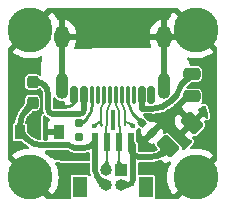
<source format=gtl>
G04 #@! TF.GenerationSoftware,KiCad,Pcbnew,(6.0.4)*
G04 #@! TF.CreationDate,2022-05-20T19:37:54+02:00*
G04 #@! TF.ProjectId,Unified-Daughterboard-rounded,556e6966-6965-4642-9d44-617567687465,C3*
G04 #@! TF.SameCoordinates,Original*
G04 #@! TF.FileFunction,Copper,L1,Top*
G04 #@! TF.FilePolarity,Positive*
%FSLAX46Y46*%
G04 Gerber Fmt 4.6, Leading zero omitted, Abs format (unit mm)*
G04 Created by KiCad (PCBNEW (6.0.4)) date 2022-05-20 19:37:54*
%MOMM*%
%LPD*%
G01*
G04 APERTURE LIST*
G04 Aperture macros list*
%AMRoundRect*
0 Rectangle with rounded corners*
0 $1 Rounding radius*
0 $2 $3 $4 $5 $6 $7 $8 $9 X,Y pos of 4 corners*
0 Add a 4 corners polygon primitive as box body*
4,1,4,$2,$3,$4,$5,$6,$7,$8,$9,$2,$3,0*
0 Add four circle primitives for the rounded corners*
1,1,$1+$1,$2,$3*
1,1,$1+$1,$4,$5*
1,1,$1+$1,$6,$7*
1,1,$1+$1,$8,$9*
0 Add four rect primitives between the rounded corners*
20,1,$1+$1,$2,$3,$4,$5,0*
20,1,$1+$1,$4,$5,$6,$7,0*
20,1,$1+$1,$6,$7,$8,$9,0*
20,1,$1+$1,$8,$9,$2,$3,0*%
G04 Aperture macros list end*
G04 #@! TA.AperFunction,ConnectorPad*
%ADD10C,3.800000*%
G04 #@! TD*
G04 #@! TA.AperFunction,ComponentPad*
%ADD11C,2.600000*%
G04 #@! TD*
G04 #@! TA.AperFunction,SMDPad,CuDef*
%ADD12RoundRect,0.125000X0.000000X-0.150000X0.000000X-0.150000X0.000000X0.150000X0.000000X0.150000X0*%
G04 #@! TD*
G04 #@! TA.AperFunction,SMDPad,CuDef*
%ADD13R,0.250000X0.550000*%
G04 #@! TD*
G04 #@! TA.AperFunction,SMDPad,CuDef*
%ADD14R,0.300000X0.550000*%
G04 #@! TD*
G04 #@! TA.AperFunction,SMDPad,CuDef*
%ADD15RoundRect,0.250000X-0.475000X0.250000X-0.475000X-0.250000X0.475000X-0.250000X0.475000X0.250000X0*%
G04 #@! TD*
G04 #@! TA.AperFunction,SMDPad,CuDef*
%ADD16RoundRect,0.237500X-0.237500X0.287500X-0.237500X-0.287500X0.237500X-0.287500X0.237500X0.287500X0*%
G04 #@! TD*
G04 #@! TA.AperFunction,SMDPad,CuDef*
%ADD17RoundRect,0.150000X0.150000X0.575000X-0.150000X0.575000X-0.150000X-0.575000X0.150000X-0.575000X0*%
G04 #@! TD*
G04 #@! TA.AperFunction,SMDPad,CuDef*
%ADD18RoundRect,0.075000X0.075000X0.650000X-0.075000X0.650000X-0.075000X-0.650000X0.075000X-0.650000X0*%
G04 #@! TD*
G04 #@! TA.AperFunction,ComponentPad*
%ADD19O,1.100000X2.200000*%
G04 #@! TD*
G04 #@! TA.AperFunction,ComponentPad*
%ADD20O,1.300000X1.900000*%
G04 #@! TD*
G04 #@! TA.AperFunction,SMDPad,CuDef*
%ADD21R,1.200000X1.800000*%
G04 #@! TD*
G04 #@! TA.AperFunction,SMDPad,CuDef*
%ADD22R,0.600000X1.550000*%
G04 #@! TD*
G04 #@! TA.AperFunction,SMDPad,CuDef*
%ADD23RoundRect,0.160000X-0.252791X0.026517X0.026517X-0.252791X0.252791X-0.026517X-0.026517X0.252791X0*%
G04 #@! TD*
G04 #@! TA.AperFunction,SMDPad,CuDef*
%ADD24R,0.900000X1.200000*%
G04 #@! TD*
G04 #@! TA.AperFunction,ComponentPad*
%ADD25R,1.000000X1.000000*%
G04 #@! TD*
G04 #@! TA.AperFunction,ComponentPad*
%ADD26O,1.000000X1.000000*%
G04 #@! TD*
G04 #@! TA.AperFunction,SMDPad,CuDef*
%ADD27RoundRect,0.160000X-0.160000X0.197500X-0.160000X-0.197500X0.160000X-0.197500X0.160000X0.197500X0*%
G04 #@! TD*
G04 #@! TA.AperFunction,SMDPad,CuDef*
%ADD28RoundRect,0.250000X0.176777X-0.707107X0.707107X-0.176777X-0.176777X0.707107X-0.707107X0.176777X0*%
G04 #@! TD*
G04 #@! TA.AperFunction,ViaPad*
%ADD29C,0.508000*%
G04 #@! TD*
G04 #@! TA.AperFunction,ViaPad*
%ADD30C,0.450000*%
G04 #@! TD*
G04 #@! TA.AperFunction,Conductor*
%ADD31C,0.508000*%
G04 #@! TD*
G04 #@! TA.AperFunction,Conductor*
%ADD32C,0.254000*%
G04 #@! TD*
G04 #@! TA.AperFunction,Conductor*
%ADD33C,0.200000*%
G04 #@! TD*
G04 #@! TA.AperFunction,Conductor*
%ADD34C,0.152400*%
G04 #@! TD*
G04 APERTURE END LIST*
D10*
X68004500Y-71043000D03*
D11*
X68004500Y-71043000D03*
D12*
X74002500Y-66411400D03*
D13*
X74502500Y-66411400D03*
D14*
X75002500Y-66411400D03*
D13*
X75502500Y-66411400D03*
X76002500Y-66411400D03*
X76002500Y-65641400D03*
X75502500Y-65641400D03*
D14*
X75002500Y-65641400D03*
D13*
X74502500Y-65641400D03*
X74002500Y-65641400D03*
D10*
X82004500Y-71043000D03*
D11*
X82004500Y-71043000D03*
D15*
X81702500Y-62293000D03*
X81702500Y-64193000D03*
D11*
X68004500Y-58543000D03*
D10*
X68004500Y-58543000D03*
D11*
X82004500Y-58543000D03*
D10*
X82004500Y-58543000D03*
D16*
X68202500Y-62968000D03*
X68202500Y-64718000D03*
D17*
X78252500Y-64118000D03*
X77452500Y-64118000D03*
D18*
X76252500Y-64118000D03*
X75256500Y-64118000D03*
X74752500Y-64118000D03*
X73752500Y-64118000D03*
D17*
X71752500Y-64118000D03*
X72552500Y-64118000D03*
D18*
X73252500Y-64118000D03*
X74252500Y-64118000D03*
X75752500Y-64118000D03*
X76752500Y-64118000D03*
D19*
X79302500Y-63343000D03*
X70702500Y-63343000D03*
D20*
X79302500Y-59143000D03*
X70702500Y-59143000D03*
D21*
X72204500Y-71893000D03*
X77804500Y-71893000D03*
D22*
X73504500Y-68018000D03*
X74504500Y-68018000D03*
X75504500Y-68018000D03*
X76504500Y-68018000D03*
D23*
X77480004Y-66420504D03*
X78324996Y-67265496D03*
D24*
X70452500Y-67243000D03*
X67152500Y-67243000D03*
D25*
X75652500Y-70438000D03*
D26*
X75652500Y-71708000D03*
X74382500Y-70438000D03*
X74382500Y-71708000D03*
D27*
X72102500Y-66445500D03*
X72102500Y-67640500D03*
D28*
X79712551Y-68432949D03*
X81692449Y-66453051D03*
D29*
X73502500Y-68043000D03*
X75502500Y-68016000D03*
D30*
X73402500Y-66743000D03*
D29*
X74504500Y-68018000D03*
D30*
X76702500Y-66743000D03*
D29*
X72552500Y-65239000D03*
X77452500Y-65239000D03*
X69402500Y-67243000D03*
X72102500Y-67643000D03*
D30*
X75002500Y-66863000D03*
D29*
X78302500Y-64143000D03*
X70602500Y-65043000D03*
X79702500Y-65843000D03*
X70702500Y-69043000D03*
D31*
X78158996Y-69342983D02*
G75*
G03*
X79257525Y-68887974I4J1553583D01*
G01*
X77356053Y-69343019D02*
G75*
G02*
X76752500Y-69093000I47J853619D01*
G01*
X76569995Y-71575495D02*
G75*
G03*
X76702500Y-71255616I-319895J319895D01*
G01*
X76702497Y-68356007D02*
G75*
G03*
X76603500Y-68117000I-337997J7D01*
G01*
X76503500Y-68019000D02*
G75*
G02*
X76505500Y-68019000I1000J-997D01*
G01*
X76502506Y-68021414D02*
G75*
G02*
X76503500Y-68019000I3394J14D01*
G01*
X76752484Y-69093016D02*
G75*
G02*
X76502500Y-68489446I603516J603516D01*
G01*
X76250116Y-71708006D02*
G75*
G03*
X76569999Y-71575499I-16J452406D01*
G01*
D32*
X71325723Y-65043009D02*
G75*
G03*
X71627500Y-64918000I-23J426809D01*
G01*
X71627493Y-64917993D02*
G75*
G03*
X71752500Y-64616223I-301793J301793D01*
G01*
D31*
X81228754Y-64316741D02*
G75*
G02*
X81527500Y-64193000I298746J-298759D01*
G01*
X69502505Y-63949586D02*
G75*
G03*
X69215000Y-63255500I-981605J-14D01*
G01*
X68565000Y-62967985D02*
G75*
G02*
X69183826Y-63224326I0J-875115D01*
G01*
X72186359Y-65707438D02*
G75*
G03*
X72445259Y-65600239I41J366138D01*
G01*
X72462696Y-65582801D02*
G75*
G03*
X72552500Y-65366000I-216796J216801D01*
G01*
X69634731Y-65575249D02*
G75*
G02*
X69502500Y-65255984I319269J319249D01*
G01*
X69953995Y-65707487D02*
G75*
G02*
X69634740Y-65575240I5J451487D01*
G01*
X78362477Y-65238976D02*
G75*
G03*
X79915904Y-64595548I23J2196876D01*
G01*
X80414557Y-64096886D02*
G75*
G03*
X80596980Y-63656497I-440357J440386D01*
G01*
X80596980Y-63656497D02*
G75*
G02*
X80779397Y-63216102I622820J-3D01*
G01*
X77452500Y-64723720D02*
X77452500Y-65067240D01*
X72552500Y-64723720D02*
X72552500Y-65067240D01*
D33*
X74453493Y-67967007D02*
G75*
G02*
X74402500Y-67843875I123107J123107D01*
G01*
X76002486Y-65355132D02*
G75*
G03*
X75852499Y-64993001I-512086J32D01*
G01*
X75852491Y-64993009D02*
G75*
G02*
X75702500Y-64630867I362109J362109D01*
G01*
X74452503Y-66693003D02*
G75*
G03*
X74502500Y-66572289I-120703J120703D01*
G01*
X76186700Y-66411400D02*
G75*
G02*
X76002500Y-66227200I0J184200D01*
G01*
X74443490Y-70376990D02*
G75*
G03*
X74504500Y-70229732I-147290J147290D01*
G01*
X74402505Y-66813710D02*
G75*
G02*
X74452500Y-66693000I170695J10D01*
G01*
X74627504Y-65138382D02*
G75*
G03*
X74752500Y-64836601I-301804J301782D01*
G01*
X76186700Y-66411401D02*
G75*
G02*
X76501149Y-66541649I0J-444699D01*
G01*
X75702482Y-63653355D02*
G75*
G02*
X75727500Y-63593000I85418J-45D01*
G01*
X74502475Y-65440154D02*
G75*
G02*
X74627500Y-65138378I426825J-46D01*
G01*
X74502500Y-65452389D02*
X74502500Y-65830411D01*
X76002500Y-65392200D02*
X76002500Y-65890600D01*
X74502500Y-66295600D02*
X74502500Y-66527200D01*
D32*
X72826252Y-66019252D02*
G75*
G03*
X73252500Y-64990191I-1029052J1029052D01*
G01*
X72251250Y-66445538D02*
G75*
G03*
X72505181Y-66340316I-50J359138D01*
G01*
D33*
X75578500Y-70364000D02*
G75*
G02*
X75578500Y-70364000I0J0D01*
G01*
X75504500Y-68018000D02*
G75*
G02*
X75504500Y-68018000I0J0D01*
G01*
D32*
X75504500Y-68018000D02*
G75*
G02*
X75504500Y-68018000I0J0D01*
G01*
D33*
X75504500Y-68018000D02*
G75*
G02*
X75504500Y-68018000I0J0D01*
G01*
D32*
X75504500Y-68018000D02*
G75*
G02*
X75504500Y-68018000I0J0D01*
G01*
D33*
X74002500Y-66307100D02*
G75*
G02*
X73898200Y-66411400I-104300J0D01*
G01*
D32*
X73898200Y-66411400D02*
G75*
G02*
X74002500Y-66515700I0J-104300D01*
G01*
D33*
X75502495Y-65437326D02*
G75*
G03*
X75379500Y-65140378I-419895J26D01*
G01*
X75552497Y-66693003D02*
G75*
G02*
X75502500Y-66572289I120703J120703D01*
G01*
X75578485Y-70364015D02*
G75*
G02*
X75504500Y-70185348I178615J178615D01*
G01*
X75379525Y-65140353D02*
G75*
G02*
X75256500Y-64843429I296875J296953D01*
G01*
X75602495Y-66813710D02*
G75*
G03*
X75552500Y-66693000I-170695J10D01*
G01*
X75553499Y-67968999D02*
G75*
G03*
X75602500Y-67850703I-118299J118299D01*
G01*
X74002491Y-65219776D02*
G75*
G02*
X74127500Y-64918000I426809J-24D01*
G01*
X73639204Y-66506291D02*
G75*
G02*
X73868300Y-66411400I229096J-229109D01*
G01*
X74127493Y-64917993D02*
G75*
G03*
X74252500Y-64616223I-301793J301793D01*
G01*
X74002500Y-66307100D02*
X74002500Y-66515700D01*
X75502500Y-65452389D02*
X75502500Y-65830411D01*
X74002500Y-65342200D02*
X74002500Y-65940600D01*
X75502500Y-66295600D02*
X75502500Y-66527200D01*
D32*
X76631467Y-65571957D02*
G75*
G02*
X76495202Y-65243000I328933J328957D01*
G01*
X76242990Y-64400489D02*
G75*
G03*
X76254500Y-64372737I-27790J27789D01*
G01*
X76495195Y-65221915D02*
G75*
G03*
X76373850Y-64928949I-414295J15D01*
G01*
X76373845Y-64928954D02*
G75*
G02*
X76252500Y-64635980I292955J292954D01*
G01*
D31*
X80980235Y-59143014D02*
G75*
G03*
X81704499Y-58842999I-35J1024314D01*
G01*
X79302500Y-60194000D02*
G75*
G02*
X80353500Y-59143000I1051000J0D01*
G01*
X71261078Y-68343009D02*
G75*
G02*
X71502500Y-68443000I22J-341391D01*
G01*
X73739343Y-71064837D02*
G75*
G02*
X73501989Y-70491824I573057J573037D01*
G01*
X72648946Y-68543019D02*
G75*
G03*
X73252500Y-68293000I-46J853619D01*
G01*
X68158308Y-64887197D02*
G75*
G03*
X68202500Y-64780500I-106708J106697D01*
G01*
X69030317Y-68342992D02*
G75*
G02*
X67702501Y-67792999I-17J1877792D01*
G01*
X67152502Y-66568000D02*
G75*
G02*
X67629798Y-65415703I1629598J0D01*
G01*
X71743921Y-68542991D02*
G75*
G02*
X71502500Y-68443000I-21J341391D01*
G01*
X67629796Y-67720298D02*
G75*
G02*
X67152500Y-66568000I1152304J1152298D01*
G01*
X78158996Y-69343000D02*
X77356053Y-69343000D01*
X79257525Y-68887974D02*
X79712551Y-68432949D01*
X76502500Y-68021414D02*
X76502500Y-68489446D01*
X76603500Y-68117000D02*
X76505500Y-68019000D01*
X76702500Y-71255616D02*
X76702500Y-68356007D01*
X76250116Y-71708000D02*
X75652500Y-71708000D01*
X73252500Y-68293000D02*
X73502500Y-68043000D01*
X71261078Y-68343000D02*
X69030317Y-68343000D01*
X72648946Y-68543000D02*
X71743921Y-68543000D01*
X68158305Y-64887194D02*
X67629797Y-65415702D01*
X68202500Y-64780500D02*
X68202500Y-64718000D01*
X67702500Y-67793000D02*
X67629797Y-67720297D01*
X73739340Y-71064840D02*
X74382500Y-71708000D01*
X73501989Y-70491824D02*
X73501989Y-68020511D01*
X70702500Y-63343000D02*
X70702500Y-59143000D01*
X79324500Y-59143000D02*
X79324500Y-59283000D01*
X80980235Y-59143000D02*
X80353500Y-59143000D01*
X79302500Y-60194000D02*
X79302500Y-63343000D01*
X68004500Y-71043000D02*
X68004500Y-70950000D01*
X81704500Y-58843000D02*
X82004500Y-58543000D01*
D32*
X76495202Y-65243000D02*
X76495202Y-65221915D01*
X76254500Y-64372737D02*
X76254500Y-64238000D01*
X76631462Y-65571962D02*
X77480004Y-66420504D01*
X76252500Y-64635980D02*
X76252500Y-63568000D01*
X76243000Y-64400499D02*
X76231501Y-64411999D01*
D33*
X75256500Y-64843429D02*
X75256500Y-63568000D01*
X73402500Y-66743000D02*
X73639206Y-66506293D01*
X75504500Y-68018000D02*
X75504500Y-70185348D01*
X75502500Y-66572289D02*
X75502500Y-66527200D01*
D34*
X75578500Y-70364000D02*
X75502500Y-70288000D01*
D33*
X73898200Y-66411400D02*
X73868300Y-66411400D01*
X74002500Y-66307100D02*
X74002500Y-65940600D01*
D32*
X74002500Y-66515700D02*
X74002500Y-66620000D01*
D33*
X74002500Y-65219776D02*
X74002500Y-65342200D01*
X75504500Y-68018000D02*
X75553500Y-67969000D01*
X75602500Y-66813710D02*
X75602500Y-67850703D01*
X74252500Y-64616223D02*
X74252500Y-63568000D01*
X75502500Y-65437326D02*
X75502500Y-65452389D01*
X75502500Y-65830411D02*
X75502500Y-66295600D01*
D32*
X75504500Y-68018000D02*
X75502500Y-68016000D01*
X73252500Y-64990191D02*
X73252500Y-63568000D01*
X72251250Y-66445500D02*
X72102500Y-66445500D01*
X72826249Y-66019249D02*
X72505182Y-66340317D01*
D33*
X75727500Y-63593000D02*
X75752500Y-63568000D01*
X74502500Y-66572289D02*
X74502500Y-66527200D01*
X75702500Y-64630867D02*
X75702500Y-63653355D01*
X74502500Y-65452389D02*
X74502500Y-65440154D01*
X74504500Y-68018000D02*
X74504500Y-70229732D01*
X74443500Y-70377000D02*
X74382500Y-70438000D01*
X74402500Y-67843875D02*
X74402500Y-66813710D01*
X74502500Y-65830411D02*
X74502500Y-66295600D01*
X74453500Y-67967000D02*
X74504500Y-68018000D01*
X74752500Y-64836601D02*
X74752500Y-63568000D01*
X76501149Y-66541649D02*
X76702500Y-66743000D01*
X76002500Y-65355132D02*
X76002500Y-65392200D01*
X76002500Y-66227200D02*
X76002500Y-65890600D01*
D31*
X72552500Y-65239000D02*
X72552500Y-65067240D01*
X72445259Y-65600239D02*
X72462697Y-65582802D01*
X72186359Y-65707480D02*
X69953995Y-65707480D01*
X77452500Y-64723720D02*
X77452500Y-63568000D01*
X68565000Y-62968000D02*
X68202500Y-62968000D01*
X69502500Y-63949586D02*
X69502500Y-65255984D01*
X72552500Y-65239000D02*
X72552500Y-65366000D01*
X69215000Y-63255500D02*
X69183826Y-63224326D01*
X77452500Y-65067240D02*
X77452500Y-65239000D01*
X78362477Y-65239000D02*
X77452500Y-65239000D01*
X72552500Y-64723720D02*
X72552500Y-63568000D01*
X80779397Y-63216102D02*
X81702500Y-62293000D01*
X79915904Y-64595548D02*
X80414562Y-64096891D01*
X81527500Y-64193000D02*
X81702500Y-64193000D01*
D32*
X71752500Y-64616223D02*
X71752500Y-63568000D01*
X75002500Y-66863000D02*
X75002500Y-65641400D01*
X71325723Y-65043000D02*
X70602500Y-65043000D01*
D31*
X79702500Y-65843000D02*
X81228756Y-64316743D01*
X81702500Y-64293000D02*
X81452500Y-64293000D01*
G04 #@! TA.AperFunction,Conductor*
G36*
X79929696Y-68215482D02*
G01*
X79933284Y-68224144D01*
X79917817Y-69015249D01*
X79914229Y-69023453D01*
X79910040Y-69026043D01*
X79850035Y-69047382D01*
X79790358Y-69068603D01*
X79790284Y-69068630D01*
X79720147Y-69094893D01*
X79680664Y-69109677D01*
X79680595Y-69109704D01*
X79622447Y-69132680D01*
X79583635Y-69148015D01*
X79494196Y-69185129D01*
X79407306Y-69222516D01*
X79317922Y-69261674D01*
X79317919Y-69261675D01*
X79221066Y-69304073D01*
X79221005Y-69304100D01*
X79111517Y-69351289D01*
X79111422Y-69351329D01*
X78984441Y-69404731D01*
X78984332Y-69404776D01*
X78845520Y-69461516D01*
X78836565Y-69461474D01*
X78830241Y-69455059D01*
X78648881Y-69005018D01*
X78648967Y-68996064D01*
X78654729Y-68990069D01*
X78756604Y-68941865D01*
X78843455Y-68884252D01*
X78909341Y-68821727D01*
X78958295Y-68754067D01*
X78994347Y-68681050D01*
X79021528Y-68602454D01*
X79043869Y-68518057D01*
X79065387Y-68427698D01*
X79065431Y-68427523D01*
X79090085Y-68331254D01*
X79090245Y-68330689D01*
X79119663Y-68235904D01*
X79125388Y-68229018D01*
X79130608Y-68227674D01*
X79921357Y-68212217D01*
X79929696Y-68215482D01*
G37*
G04 #@! TD.AperFunction*
G04 #@! TA.AperFunction,Conductor*
G36*
X72560933Y-63426769D02*
G01*
X72817417Y-63693481D01*
X72820682Y-63701820D01*
X72819959Y-63705645D01*
X72813587Y-63722898D01*
X72807459Y-63752088D01*
X72803682Y-63786254D01*
X72801819Y-63825317D01*
X72801818Y-63825387D01*
X72801818Y-63825399D01*
X72801437Y-63869150D01*
X72801438Y-63869253D01*
X72802099Y-63917808D01*
X72803372Y-63971076D01*
X72804817Y-64028847D01*
X72804819Y-64028917D01*
X72806005Y-64091167D01*
X72806007Y-64091303D01*
X72806413Y-64146213D01*
X72803047Y-64154512D01*
X72794713Y-64158000D01*
X72310287Y-64158000D01*
X72302014Y-64154573D01*
X72298587Y-64146214D01*
X72298992Y-64091304D01*
X72298994Y-64091167D01*
X72300180Y-64028917D01*
X72300182Y-64028847D01*
X72301627Y-63971076D01*
X72302900Y-63917808D01*
X72303561Y-63869253D01*
X72303562Y-63869150D01*
X72303181Y-63825399D01*
X72303181Y-63825387D01*
X72303180Y-63825317D01*
X72301317Y-63786254D01*
X72297540Y-63752088D01*
X72291412Y-63722898D01*
X72291262Y-63722491D01*
X72291260Y-63722485D01*
X72285040Y-63705644D01*
X72285388Y-63696696D01*
X72287582Y-63693481D01*
X72544067Y-63426769D01*
X72552271Y-63423181D01*
X72560933Y-63426769D01*
G37*
G04 #@! TD.AperFunction*
G04 #@! TA.AperFunction,Conductor*
G36*
X76439457Y-67893661D02*
G01*
X76470276Y-67904159D01*
X76573015Y-67939153D01*
X76574359Y-67939611D01*
X76574361Y-67939612D01*
X76797650Y-68015667D01*
X76804377Y-68021578D01*
X76805472Y-68025170D01*
X76808756Y-68049395D01*
X76820308Y-68085006D01*
X76837332Y-68125156D01*
X76837366Y-68125230D01*
X76857959Y-68170072D01*
X76858004Y-68170171D01*
X76880410Y-68220172D01*
X76880582Y-68220575D01*
X76902867Y-68275765D01*
X76903109Y-68276421D01*
X76923521Y-68337197D01*
X76923776Y-68338066D01*
X76940563Y-68404828D01*
X76940775Y-68405871D01*
X76952152Y-68478947D01*
X76952275Y-68480133D01*
X76955853Y-68548223D01*
X76952865Y-68556665D01*
X76944169Y-68560537D01*
X76448500Y-68560537D01*
X76446699Y-68515435D01*
X76441619Y-68473435D01*
X76433739Y-68434703D01*
X76423540Y-68399408D01*
X76411503Y-68367720D01*
X76398109Y-68339805D01*
X76383838Y-68315832D01*
X76369171Y-68295970D01*
X76354589Y-68280387D01*
X76340573Y-68269252D01*
X76424277Y-67902135D01*
X76429457Y-67894831D01*
X76438285Y-67893329D01*
X76439457Y-67893661D01*
G37*
G04 #@! TD.AperFunction*
G04 #@! TA.AperFunction,Conductor*
G36*
X68507680Y-62603290D02*
G01*
X68546762Y-62631165D01*
X68577324Y-62652964D01*
X68577650Y-62653139D01*
X68577656Y-62653143D01*
X68649711Y-62691875D01*
X68650009Y-62692035D01*
X68650314Y-62692156D01*
X68650320Y-62692159D01*
X68720396Y-62720006D01*
X68720401Y-62720008D01*
X68720608Y-62720090D01*
X68720819Y-62720154D01*
X68720824Y-62720156D01*
X68790438Y-62741351D01*
X68790452Y-62741355D01*
X68790531Y-62741379D01*
X68818711Y-62748867D01*
X68861126Y-62760137D01*
X68861293Y-62760183D01*
X68933659Y-62780569D01*
X68934322Y-62780777D01*
X68956717Y-62788547D01*
X69009874Y-62806991D01*
X69010833Y-62807374D01*
X69063947Y-62831362D01*
X69091139Y-62843643D01*
X69092213Y-62844197D01*
X69178891Y-62894813D01*
X69179877Y-62895459D01*
X69246867Y-62944532D01*
X69265000Y-62957815D01*
X69269649Y-62965469D01*
X69267184Y-62974610D01*
X68962342Y-63351651D01*
X68954476Y-63355930D01*
X68946579Y-63353911D01*
X68945857Y-63353410D01*
X68890547Y-63315074D01*
X68829691Y-63287311D01*
X68829097Y-63287179D01*
X68829094Y-63287178D01*
X68805262Y-63281881D01*
X68772021Y-63274492D01*
X68716620Y-63274299D01*
X68662568Y-63284413D01*
X68608946Y-63302515D01*
X68554836Y-63326287D01*
X68499317Y-63353410D01*
X68499316Y-63353407D01*
X68499302Y-63353417D01*
X68441667Y-63381470D01*
X68441280Y-63381650D01*
X68388087Y-63405045D01*
X68379136Y-63405239D01*
X68374720Y-63402205D01*
X68305750Y-63326330D01*
X67974725Y-62962166D01*
X67971697Y-62953741D01*
X67975514Y-62945640D01*
X67976940Y-62944532D01*
X68494442Y-62603049D01*
X68503235Y-62601353D01*
X68507680Y-62603290D01*
G37*
G04 #@! TD.AperFunction*
G04 #@! TA.AperFunction,Conductor*
G36*
X72577256Y-66104183D02*
G01*
X72740765Y-66267691D01*
X72744192Y-66275964D01*
X72740714Y-66284288D01*
X72692365Y-66332050D01*
X72692254Y-66332158D01*
X72643437Y-66379116D01*
X72643320Y-66379227D01*
X72600516Y-66419284D01*
X72600412Y-66419381D01*
X72561999Y-66454460D01*
X72541122Y-66473215D01*
X72526240Y-66486584D01*
X72526226Y-66486596D01*
X72522496Y-66489936D01*
X72491496Y-66517694D01*
X72456073Y-66549777D01*
X72418274Y-66584825D01*
X72418211Y-66584885D01*
X72418192Y-66584903D01*
X72376406Y-66624827D01*
X72334692Y-66665940D01*
X72326394Y-66669307D01*
X72321317Y-66668107D01*
X72233282Y-66624827D01*
X71958903Y-66489936D01*
X71952991Y-66483210D01*
X71953565Y-66474274D01*
X71954156Y-66473215D01*
X72163710Y-66139405D01*
X72171011Y-66134220D01*
X72176314Y-66134241D01*
X72215344Y-66143489D01*
X72215685Y-66143575D01*
X72259386Y-66155494D01*
X72300321Y-66166649D01*
X72300327Y-66166651D01*
X72300461Y-66166687D01*
X72339457Y-66175597D01*
X72339721Y-66175633D01*
X72339727Y-66175634D01*
X72355437Y-66177769D01*
X72377083Y-66180712D01*
X72377490Y-66180710D01*
X72377492Y-66180710D01*
X72413510Y-66180521D01*
X72413512Y-66180521D01*
X72414049Y-66180518D01*
X72451062Y-66173504D01*
X72467765Y-66166717D01*
X72488329Y-66158361D01*
X72488331Y-66158360D01*
X72488833Y-66158156D01*
X72528070Y-66132962D01*
X72561242Y-66103684D01*
X72569711Y-66100779D01*
X72577256Y-66104183D01*
G37*
G04 #@! TD.AperFunction*
G04 #@! TA.AperFunction,Conductor*
G36*
X73853711Y-70776200D02*
G01*
X73903997Y-70851033D01*
X73904519Y-70851508D01*
X73982836Y-70922772D01*
X73984687Y-70924922D01*
X73990339Y-70933373D01*
X74046260Y-70998703D01*
X74046559Y-70998970D01*
X74046563Y-70998974D01*
X74104101Y-71050335D01*
X74104105Y-71050338D01*
X74104404Y-71050605D01*
X74104729Y-71050824D01*
X74104734Y-71050828D01*
X74165320Y-71091666D01*
X74165605Y-71091858D01*
X74230694Y-71125243D01*
X74300504Y-71153539D01*
X74350712Y-71170852D01*
X74375859Y-71179523D01*
X74375868Y-71179526D01*
X74457580Y-71205972D01*
X74457683Y-71206006D01*
X74538756Y-71233077D01*
X74545518Y-71238948D01*
X74546748Y-71243946D01*
X74559038Y-71872611D01*
X74555773Y-71880950D01*
X74547111Y-71884538D01*
X74096686Y-71875733D01*
X73918117Y-71872242D01*
X73909913Y-71868654D01*
X73907397Y-71864670D01*
X73870253Y-71766096D01*
X73870196Y-71765944D01*
X73829910Y-71675151D01*
X73788733Y-71595309D01*
X73746063Y-71522019D01*
X73701299Y-71450882D01*
X73653840Y-71377498D01*
X73603158Y-71297587D01*
X73603013Y-71297352D01*
X73548534Y-71206571D01*
X73548338Y-71206232D01*
X73489380Y-71100071D01*
X73489179Y-71099693D01*
X73430420Y-70984143D01*
X73429725Y-70975216D01*
X73435731Y-70968319D01*
X73554532Y-70910528D01*
X73838884Y-70772205D01*
X73847821Y-70771667D01*
X73853711Y-70776200D01*
G37*
G04 #@! TD.AperFunction*
G04 #@! TA.AperFunction,Conductor*
G36*
X76513895Y-67876831D02*
G01*
X76572036Y-67938121D01*
X76773602Y-68150604D01*
X76761421Y-68179639D01*
X76750512Y-68215407D01*
X76741575Y-68257508D01*
X76735313Y-68305541D01*
X76732424Y-68359106D01*
X76733612Y-68417800D01*
X76739576Y-68481225D01*
X76751018Y-68548979D01*
X76753859Y-68560537D01*
X76768638Y-68620661D01*
X76768697Y-68620843D01*
X76768699Y-68620849D01*
X76789645Y-68685146D01*
X76788949Y-68694074D01*
X76782548Y-68699755D01*
X76327723Y-68866517D01*
X76318775Y-68866147D01*
X76312527Y-68859019D01*
X76285041Y-68770990D01*
X76284763Y-68769928D01*
X76264778Y-68675599D01*
X76264616Y-68674637D01*
X76253397Y-68585612D01*
X76253323Y-68584804D01*
X76248651Y-68501463D01*
X76248633Y-68500859D01*
X76248298Y-68423648D01*
X76248302Y-68423301D01*
X76250089Y-68352647D01*
X76250089Y-68352635D01*
X76251760Y-68289208D01*
X76251760Y-68289195D01*
X76251763Y-68289083D01*
X76251072Y-68233299D01*
X76249078Y-68215407D01*
X76245834Y-68186312D01*
X76245772Y-68185755D01*
X76235701Y-68153586D01*
X76236500Y-68144666D01*
X76238489Y-68141923D01*
X76245646Y-68134582D01*
X76470276Y-67904159D01*
X76497029Y-67876716D01*
X76505258Y-67873184D01*
X76513895Y-67876831D01*
G37*
G04 #@! TD.AperFunction*
G04 #@! TA.AperFunction,Conductor*
G36*
X75877597Y-71261111D02*
G01*
X75938581Y-71287635D01*
X75971907Y-71299470D01*
X76016654Y-71315362D01*
X76016661Y-71315364D01*
X76016849Y-71315431D01*
X76017036Y-71315484D01*
X76017049Y-71315488D01*
X76100282Y-71339007D01*
X76100289Y-71339009D01*
X76100506Y-71339070D01*
X76156253Y-71350418D01*
X76184524Y-71356173D01*
X76184528Y-71356174D01*
X76184805Y-71356230D01*
X76185087Y-71356259D01*
X76185091Y-71356260D01*
X76226549Y-71360583D01*
X76234423Y-71364850D01*
X76236973Y-71373433D01*
X76232706Y-71381307D01*
X76229499Y-71383154D01*
X76179691Y-71402120D01*
X76179690Y-71402120D01*
X76178410Y-71402608D01*
X76124555Y-71461409D01*
X76124621Y-71463690D01*
X76126864Y-71541090D01*
X76123678Y-71549459D01*
X76117649Y-71552863D01*
X75948773Y-71589497D01*
X75442851Y-71699247D01*
X75434041Y-71697652D01*
X75428938Y-71690293D01*
X75430533Y-71681482D01*
X75432262Y-71679380D01*
X75759333Y-71364850D01*
X75864822Y-71263407D01*
X75873160Y-71260142D01*
X75877597Y-71261111D01*
G37*
G04 #@! TD.AperFunction*
G04 #@! TA.AperFunction,Conductor*
G36*
X76915664Y-71038783D02*
G01*
X76921518Y-71045560D01*
X76922059Y-71048139D01*
X76931075Y-71143711D01*
X76929420Y-71150896D01*
X76885563Y-71222906D01*
X76881206Y-71227073D01*
X76844685Y-71247147D01*
X76793825Y-71275102D01*
X76791083Y-71276185D01*
X76745893Y-71287703D01*
X76672110Y-71306508D01*
X76670900Y-71306749D01*
X76623082Y-71313686D01*
X76535364Y-71326411D01*
X76535146Y-71326440D01*
X76519100Y-71328432D01*
X76437157Y-71338602D01*
X76428525Y-71336220D01*
X76424105Y-71328432D01*
X76426487Y-71319800D01*
X76428347Y-71317904D01*
X76433552Y-71313686D01*
X76449906Y-71263654D01*
X76449492Y-71261111D01*
X76440043Y-71203073D01*
X76442096Y-71194357D01*
X76447912Y-71190087D01*
X76876514Y-71048139D01*
X76906733Y-71038131D01*
X76915664Y-71038783D01*
G37*
G04 #@! TD.AperFunction*
G04 #@! TA.AperFunction,Conductor*
G36*
X73601210Y-67910207D02*
G01*
X73605248Y-67918669D01*
X73606551Y-67958112D01*
X73617706Y-68295820D01*
X73586362Y-68313571D01*
X73553642Y-68340488D01*
X73518482Y-68374976D01*
X73479816Y-68415439D01*
X73436581Y-68460282D01*
X73387713Y-68507910D01*
X73332146Y-68556726D01*
X73268816Y-68605135D01*
X73260457Y-68610511D01*
X73259042Y-68611421D01*
X73197099Y-68651259D01*
X73196182Y-68651791D01*
X73125482Y-68688680D01*
X73116562Y-68689469D01*
X73109454Y-68683226D01*
X72905756Y-68243668D01*
X72905387Y-68234721D01*
X72911062Y-68228324D01*
X72956962Y-68204944D01*
X72956983Y-68204932D01*
X72957170Y-68204837D01*
X72957356Y-68204724D01*
X72957363Y-68204720D01*
X73007270Y-68174377D01*
X73007269Y-68174377D01*
X73007474Y-68174253D01*
X73052070Y-68142324D01*
X73091099Y-68109685D01*
X73091253Y-68109535D01*
X73091262Y-68109527D01*
X73124545Y-68077128D01*
X73124548Y-68077125D01*
X73124704Y-68076973D01*
X73153027Y-68044823D01*
X73176209Y-68013873D01*
X73176331Y-68013678D01*
X73176337Y-68013669D01*
X73194246Y-67984992D01*
X73194393Y-67984757D01*
X73207720Y-67958112D01*
X73213734Y-67941678D01*
X73219795Y-67935087D01*
X73223878Y-67934029D01*
X73579843Y-67908314D01*
X73592711Y-67907385D01*
X73601210Y-67910207D01*
G37*
G04 #@! TD.AperFunction*
G04 #@! TA.AperFunction,Conductor*
G36*
X68333459Y-64526112D02*
G01*
X68338583Y-64533964D01*
X68412358Y-64974297D01*
X68437122Y-65122107D01*
X68435109Y-65130832D01*
X68431294Y-65134252D01*
X68324791Y-65193782D01*
X68221779Y-65250119D01*
X68127684Y-65303200D01*
X68040748Y-65356979D01*
X68040594Y-65357089D01*
X68040581Y-65357098D01*
X67969605Y-65407964D01*
X67959211Y-65415413D01*
X67959012Y-65415584D01*
X67959006Y-65415589D01*
X67881533Y-65482268D01*
X67881526Y-65482275D01*
X67881313Y-65482458D01*
X67805293Y-65562070D01*
X67729391Y-65658204D01*
X67729255Y-65658408D01*
X67651952Y-65774661D01*
X67651849Y-65774816D01*
X67595718Y-65872626D01*
X67576574Y-65905985D01*
X67569484Y-65911454D01*
X67560879Y-65910463D01*
X67134277Y-65680770D01*
X67128618Y-65673830D01*
X67129717Y-65664575D01*
X67207397Y-65531348D01*
X67207816Y-65530681D01*
X67288832Y-65411036D01*
X67289224Y-65410492D01*
X67366774Y-65309018D01*
X67367040Y-65308682D01*
X67440291Y-65219778D01*
X67440324Y-65219738D01*
X67508212Y-65138078D01*
X67508288Y-65137987D01*
X67513802Y-65130832D01*
X67569697Y-65058293D01*
X67569845Y-65058101D01*
X67578641Y-65044545D01*
X67623850Y-64974878D01*
X67623855Y-64974869D01*
X67624031Y-64974598D01*
X67669885Y-64881996D01*
X67706446Y-64774814D01*
X67731196Y-64655091D01*
X67736227Y-64647683D01*
X67740271Y-64646005D01*
X68324661Y-64524442D01*
X68333459Y-64526112D01*
G37*
G04 #@! TD.AperFunction*
G04 #@! TA.AperFunction,Conductor*
G36*
X81875450Y-62119727D02*
G01*
X81879038Y-62128389D01*
X81868588Y-62662980D01*
X81866747Y-62757140D01*
X81863159Y-62765344D01*
X81858864Y-62767971D01*
X81782185Y-62794414D01*
X81707414Y-62820593D01*
X81707400Y-62820598D01*
X81707329Y-62820623D01*
X81639768Y-62845989D01*
X81577252Y-62872569D01*
X81517530Y-62902417D01*
X81458352Y-62937590D01*
X81397468Y-62980143D01*
X81332626Y-63032132D01*
X81332528Y-63032219D01*
X81332518Y-63032228D01*
X81276757Y-63082049D01*
X81261577Y-63095612D01*
X81261478Y-63095708D01*
X81190341Y-63164627D01*
X81182015Y-63167923D01*
X81173927Y-63164497D01*
X80831003Y-62821572D01*
X80827576Y-62813299D01*
X80830873Y-62805158D01*
X80899791Y-62734020D01*
X80899887Y-62733921D01*
X80963367Y-62662872D01*
X81015356Y-62598031D01*
X81057909Y-62537146D01*
X81093082Y-62477968D01*
X81122930Y-62418246D01*
X81149510Y-62355730D01*
X81174876Y-62288170D01*
X81201085Y-62213314D01*
X81227528Y-62136637D01*
X81233465Y-62129933D01*
X81238359Y-62128753D01*
X81637886Y-62120943D01*
X81867111Y-62116462D01*
X81875450Y-62119727D01*
G37*
G04 #@! TD.AperFunction*
G04 #@! TA.AperFunction,Conductor*
G36*
X73514145Y-67876848D02*
G01*
X73607115Y-67975201D01*
X73608585Y-67976756D01*
X73768334Y-68145755D01*
X73771526Y-68154121D01*
X73770774Y-68157932D01*
X73764415Y-68174741D01*
X73764261Y-68175149D01*
X73764169Y-68175574D01*
X73764168Y-68175577D01*
X73758778Y-68200441D01*
X73757939Y-68204309D01*
X73753971Y-68238471D01*
X73753962Y-68238641D01*
X73753961Y-68238654D01*
X73752064Y-68274938D01*
X73751927Y-68277550D01*
X73751926Y-68277653D01*
X73751925Y-68277675D01*
X73751378Y-68321382D01*
X73751377Y-68321462D01*
X73751378Y-68321557D01*
X73751378Y-68321585D01*
X73751889Y-68370062D01*
X73751890Y-68370120D01*
X73753038Y-68423440D01*
X73754391Y-68481335D01*
X73755506Y-68543075D01*
X73755515Y-68543592D01*
X73755517Y-68543720D01*
X73755906Y-68598728D01*
X73752537Y-68607025D01*
X73744206Y-68610511D01*
X73247989Y-68610511D01*
X73248513Y-68543075D01*
X73249789Y-68480108D01*
X73251369Y-68421686D01*
X73252806Y-68367887D01*
X73253652Y-68318786D01*
X73253462Y-68274460D01*
X73251787Y-68234987D01*
X73248182Y-68200441D01*
X73242197Y-68170902D01*
X73233388Y-68146444D01*
X73497278Y-67876703D01*
X73505514Y-67873186D01*
X73514145Y-67876848D01*
G37*
G04 #@! TD.AperFunction*
G04 #@! TA.AperFunction,Conductor*
G36*
X77132597Y-65893046D02*
G01*
X77176091Y-65934194D01*
X77222804Y-65972763D01*
X77265889Y-66002691D01*
X77266124Y-66002824D01*
X77266128Y-66002826D01*
X77306530Y-66025609D01*
X77306537Y-66025612D01*
X77306763Y-66025740D01*
X77346845Y-66043673D01*
X77387553Y-66058249D01*
X77387688Y-66058290D01*
X77387700Y-66058294D01*
X77409224Y-66064830D01*
X77430306Y-66071232D01*
X77476522Y-66084381D01*
X77527476Y-66099416D01*
X77527762Y-66099505D01*
X77565505Y-66111846D01*
X77577120Y-66115644D01*
X77583919Y-66121473D01*
X77585182Y-66126536D01*
X77592903Y-66521476D01*
X77589638Y-66529815D01*
X77580976Y-66533403D01*
X77186036Y-66525682D01*
X77177832Y-66522094D01*
X77175144Y-66517620D01*
X77159011Y-66468281D01*
X77158910Y-66467956D01*
X77143881Y-66417022D01*
X77143850Y-66416913D01*
X77130732Y-66370806D01*
X77117794Y-66328200D01*
X77117790Y-66328188D01*
X77117749Y-66328053D01*
X77103173Y-66287345D01*
X77085240Y-66247263D01*
X77062191Y-66206389D01*
X77032263Y-66163304D01*
X76993694Y-66116591D01*
X76952546Y-66073097D01*
X76949349Y-66064732D01*
X76952772Y-66056783D01*
X77116283Y-65893272D01*
X77124556Y-65889845D01*
X77132597Y-65893046D01*
G37*
G04 #@! TD.AperFunction*
G04 #@! TA.AperFunction,Conductor*
G36*
X76260933Y-63501769D02*
G01*
X76382415Y-63628095D01*
X76385680Y-63636434D01*
X76384955Y-63640264D01*
X76383284Y-63644781D01*
X76383281Y-63644790D01*
X76383135Y-63645186D01*
X76380125Y-63659463D01*
X76378258Y-63676174D01*
X76377323Y-63695280D01*
X76377110Y-63716741D01*
X76377111Y-63716821D01*
X76377407Y-63740473D01*
X76377408Y-63740518D01*
X76378007Y-63766572D01*
X76378696Y-63794863D01*
X76378697Y-63794930D01*
X76379261Y-63825219D01*
X76379263Y-63825352D01*
X76379414Y-63846215D01*
X76376047Y-63854513D01*
X76367714Y-63858000D01*
X76137285Y-63858000D01*
X76129012Y-63854573D01*
X76125585Y-63846215D01*
X76125736Y-63825352D01*
X76125738Y-63825219D01*
X76126302Y-63794930D01*
X76126303Y-63794863D01*
X76126992Y-63766572D01*
X76127591Y-63740518D01*
X76127592Y-63740473D01*
X76127888Y-63716821D01*
X76127889Y-63716741D01*
X76127676Y-63695280D01*
X76126741Y-63676174D01*
X76124874Y-63659463D01*
X76121864Y-63645186D01*
X76120044Y-63640263D01*
X76120389Y-63631315D01*
X76122585Y-63628096D01*
X76244067Y-63501769D01*
X76252271Y-63498181D01*
X76260933Y-63501769D01*
G37*
G04 #@! TD.AperFunction*
G04 #@! TA.AperFunction,Conductor*
G36*
X75264933Y-63501769D02*
G01*
X75385988Y-63627651D01*
X75389253Y-63635990D01*
X75388199Y-63640618D01*
X75382092Y-63654004D01*
X75374542Y-63673328D01*
X75368645Y-63691997D01*
X75364197Y-63710647D01*
X75360994Y-63729920D01*
X75358831Y-63750455D01*
X75357505Y-63772890D01*
X75356810Y-63797867D01*
X75356809Y-63797975D01*
X75356543Y-63826023D01*
X75356516Y-63846316D01*
X75353078Y-63854584D01*
X75344816Y-63858000D01*
X75168184Y-63858000D01*
X75159911Y-63854573D01*
X75156484Y-63846316D01*
X75156456Y-63826023D01*
X75156190Y-63797975D01*
X75156189Y-63797867D01*
X75155494Y-63772890D01*
X75154168Y-63750455D01*
X75152005Y-63729920D01*
X75148802Y-63710647D01*
X75144354Y-63691997D01*
X75138457Y-63673328D01*
X75130907Y-63654004D01*
X75124800Y-63640617D01*
X75124484Y-63631668D01*
X75127012Y-63627651D01*
X75248067Y-63501769D01*
X75256271Y-63498181D01*
X75264933Y-63501769D01*
G37*
G04 #@! TD.AperFunction*
G04 #@! TA.AperFunction,Conductor*
G36*
X73829894Y-66314181D02*
G01*
X73847820Y-66510786D01*
X73845489Y-66512076D01*
X73841785Y-66513372D01*
X73796442Y-66521070D01*
X73783251Y-66526002D01*
X73755382Y-66536423D01*
X73754826Y-66536791D01*
X73723780Y-66557335D01*
X73723777Y-66557337D01*
X73723211Y-66557712D01*
X73698359Y-66584270D01*
X73698053Y-66584769D01*
X73698050Y-66584773D01*
X73679485Y-66615052D01*
X73679482Y-66615057D01*
X73679255Y-66615428D01*
X73664332Y-66650518D01*
X73652017Y-66688873D01*
X73651982Y-66689002D01*
X73651980Y-66689007D01*
X73640744Y-66729823D01*
X73629003Y-66772471D01*
X73628883Y-66772881D01*
X73617718Y-66808332D01*
X73617564Y-66808820D01*
X73611810Y-66815681D01*
X73606633Y-66817003D01*
X73397424Y-66821093D01*
X73337432Y-66822266D01*
X73329093Y-66819001D01*
X73325505Y-66810797D01*
X73325719Y-66808332D01*
X73348954Y-66689007D01*
X73380532Y-66526828D01*
X73385477Y-66519362D01*
X73389994Y-66517540D01*
X73436355Y-66509405D01*
X73436360Y-66509404D01*
X73436871Y-66509314D01*
X73482337Y-66492632D01*
X73521133Y-66470620D01*
X73529693Y-66464320D01*
X73555811Y-66445097D01*
X73555824Y-66445087D01*
X73555923Y-66445014D01*
X73589340Y-66417578D01*
X73589426Y-66417509D01*
X73623778Y-66390260D01*
X73624537Y-66389706D01*
X73662289Y-66364416D01*
X73663586Y-66363663D01*
X73707529Y-66341782D01*
X73709176Y-66341112D01*
X73732065Y-66333783D01*
X73762239Y-66324121D01*
X73763946Y-66323714D01*
X73799456Y-66318019D01*
X73799471Y-66318016D01*
X73799690Y-66317981D01*
X73799891Y-66317949D01*
X73799892Y-66317949D01*
X73810731Y-66316211D01*
X73825519Y-66313839D01*
X73829894Y-66314181D01*
G37*
G04 #@! TD.AperFunction*
G04 #@! TA.AperFunction,Conductor*
G36*
X75731971Y-68124898D02*
G01*
X75710259Y-68168615D01*
X75690045Y-68206588D01*
X75671513Y-68240637D01*
X75654849Y-68272583D01*
X75640238Y-68304245D01*
X75627868Y-68337443D01*
X75617923Y-68373997D01*
X75610589Y-68415728D01*
X75606053Y-68464456D01*
X75604500Y-68522000D01*
X75404500Y-68522000D01*
X75402937Y-68464832D01*
X75398366Y-68416420D01*
X75390965Y-68374966D01*
X75380911Y-68338671D01*
X75368381Y-68305737D01*
X75353551Y-68274365D01*
X75336600Y-68242756D01*
X75317704Y-68209112D01*
X75297040Y-68171635D01*
X75274786Y-68128526D01*
X75501493Y-67889004D01*
X75731971Y-68124898D01*
G37*
G04 #@! TD.AperFunction*
G04 #@! TA.AperFunction,Conductor*
G36*
X75676122Y-68046466D02*
G01*
X75677101Y-68047484D01*
X75768687Y-68142722D01*
X75771952Y-68151061D01*
X75770644Y-68156212D01*
X75747818Y-68200293D01*
X75747554Y-68200774D01*
X75722061Y-68244815D01*
X75721904Y-68245077D01*
X75697774Y-68284286D01*
X75675470Y-68320817D01*
X75655481Y-68356806D01*
X75638213Y-68394520D01*
X75624074Y-68436229D01*
X75613471Y-68484200D01*
X75606810Y-68540701D01*
X75606802Y-68540945D01*
X75604888Y-68596701D01*
X75601180Y-68604852D01*
X75593195Y-68608000D01*
X75415805Y-68608000D01*
X75407532Y-68604573D01*
X75404112Y-68596702D01*
X75402197Y-68540946D01*
X75402197Y-68540945D01*
X75402189Y-68540701D01*
X75395528Y-68484200D01*
X75384925Y-68436229D01*
X75370786Y-68394520D01*
X75353518Y-68356806D01*
X75333529Y-68320817D01*
X75311225Y-68284286D01*
X75287095Y-68245077D01*
X75286938Y-68244815D01*
X75261445Y-68200774D01*
X75261181Y-68200293D01*
X75255112Y-68188572D01*
X75238355Y-68156211D01*
X75237594Y-68147290D01*
X75240312Y-68142722D01*
X75331898Y-68047484D01*
X75504500Y-67868000D01*
X75676122Y-68046466D01*
G37*
G04 #@! TD.AperFunction*
G04 #@! TA.AperFunction,Conductor*
G36*
X75601669Y-69458775D02*
G01*
X75605080Y-69466436D01*
X75609936Y-69559212D01*
X75609956Y-69559592D01*
X75625740Y-69645394D01*
X75650978Y-69716337D01*
X75684795Y-69776001D01*
X75726315Y-69827968D01*
X75774663Y-69875820D01*
X75828964Y-69923138D01*
X75839868Y-69932387D01*
X75888198Y-69973382D01*
X75888440Y-69973592D01*
X75951673Y-70030275D01*
X75952155Y-70030732D01*
X76012868Y-70091716D01*
X76016276Y-70099997D01*
X76015016Y-70105252D01*
X75731283Y-70666158D01*
X75724491Y-70671994D01*
X75715158Y-70671103D01*
X75165833Y-70365700D01*
X75160267Y-70358685D01*
X75160043Y-70353191D01*
X75180430Y-70250720D01*
X75180680Y-70249702D01*
X75207962Y-70156930D01*
X75208267Y-70156031D01*
X75239123Y-70075813D01*
X75239374Y-70075211D01*
X75272112Y-70002477D01*
X75272186Y-70002316D01*
X75304939Y-69932387D01*
X75304993Y-69932272D01*
X75335954Y-69860237D01*
X75363209Y-69781412D01*
X75364422Y-69776362D01*
X75384862Y-69691209D01*
X75384863Y-69691204D01*
X75384933Y-69690912D01*
X75399304Y-69583852D01*
X75404046Y-69466575D01*
X75407804Y-69458447D01*
X75415736Y-69455348D01*
X75593396Y-69455348D01*
X75601669Y-69458775D01*
G37*
G04 #@! TD.AperFunction*
G04 #@! TA.AperFunction,Conductor*
G36*
X75562603Y-66411400D02*
G01*
X75564134Y-66412992D01*
X75609396Y-66460059D01*
X75612661Y-66468398D01*
X75611532Y-66473187D01*
X75609741Y-66476959D01*
X75609724Y-66476995D01*
X75609697Y-66477053D01*
X75609678Y-66477098D01*
X75609666Y-66477123D01*
X75604588Y-66488804D01*
X75604214Y-66489665D01*
X75604161Y-66489810D01*
X75604155Y-66489824D01*
X75599969Y-66501192D01*
X75599108Y-66503531D01*
X75594934Y-66518459D01*
X75592249Y-66534257D01*
X75591609Y-66550731D01*
X75593570Y-66567692D01*
X75598688Y-66584945D01*
X75607519Y-66602300D01*
X75614113Y-66610990D01*
X75616383Y-66619651D01*
X75612614Y-66626761D01*
X75482432Y-66743784D01*
X75481454Y-66744663D01*
X75473010Y-66747645D01*
X75464931Y-66743784D01*
X75464227Y-66742921D01*
X75450440Y-66724288D01*
X75449260Y-66722313D01*
X75436010Y-66694171D01*
X75435283Y-66692175D01*
X75427860Y-66664071D01*
X75427544Y-66662383D01*
X75424422Y-66634465D01*
X75424351Y-66633290D01*
X75424059Y-66605876D01*
X75424067Y-66605301D01*
X75424167Y-66602713D01*
X75425088Y-66578772D01*
X75425802Y-66553869D01*
X75424549Y-66531312D01*
X75419677Y-66511533D01*
X75413350Y-66501192D01*
X75411955Y-66492347D01*
X75413458Y-66488806D01*
X75454628Y-66424119D01*
X75502500Y-66348900D01*
X75562603Y-66411400D01*
G37*
G04 #@! TD.AperFunction*
G04 #@! TA.AperFunction,Conductor*
G36*
X74064333Y-66410758D02*
G01*
X74061936Y-66414346D01*
X74033217Y-66441964D01*
X73957806Y-66514484D01*
X73953664Y-66518467D01*
X73945325Y-66521732D01*
X73940840Y-66520742D01*
X73936707Y-66518922D01*
X73936699Y-66518919D01*
X73936504Y-66518833D01*
X73936301Y-66518762D01*
X73936296Y-66518760D01*
X73924327Y-66514571D01*
X73924324Y-66514570D01*
X73924078Y-66514484D01*
X73923835Y-66514422D01*
X73923830Y-66514420D01*
X73910922Y-66511102D01*
X73910673Y-66511038D01*
X73908856Y-66510742D01*
X73896490Y-66508725D01*
X73896482Y-66508724D01*
X73896224Y-66508682D01*
X73880667Y-66507602D01*
X73880400Y-66507608D01*
X73880396Y-66507608D01*
X73864194Y-66507979D01*
X73864191Y-66507979D01*
X73863937Y-66507985D01*
X73862067Y-66508196D01*
X73850045Y-66509555D01*
X73850044Y-66509556D01*
X73845971Y-66510016D01*
X73826703Y-66513882D01*
X73806070Y-66519769D01*
X73800720Y-66521732D01*
X73788699Y-66526142D01*
X73784425Y-66526855D01*
X73783590Y-66526838D01*
X73708747Y-66342566D01*
X73741347Y-66330938D01*
X73771642Y-66322996D01*
X73799441Y-66318021D01*
X73799456Y-66318019D01*
X73799539Y-66318004D01*
X73799569Y-66317999D01*
X73799569Y-66318000D01*
X73799888Y-66317949D01*
X73799892Y-66317949D01*
X73799897Y-66317948D01*
X73825882Y-66315059D01*
X73832190Y-66314656D01*
X73849985Y-66313519D01*
X73850226Y-66313506D01*
X73872582Y-66312541D01*
X73872607Y-66312540D01*
X73893333Y-66311380D01*
X73893335Y-66311380D01*
X73893493Y-66311371D01*
X73893907Y-66311325D01*
X73900362Y-66310613D01*
X73900363Y-66310613D01*
X73912932Y-66309225D01*
X73931058Y-66305327D01*
X73948014Y-66298900D01*
X74064333Y-66410758D01*
G37*
G04 #@! TD.AperFunction*
G04 #@! TA.AperFunction,Conductor*
G36*
X74098971Y-66155527D02*
G01*
X74102398Y-66163901D01*
X74102246Y-66181484D01*
X74102243Y-66181641D01*
X74101653Y-66208365D01*
X74100973Y-66232859D01*
X74100460Y-66255220D01*
X74100364Y-66275667D01*
X74100940Y-66294422D01*
X74102439Y-66311704D01*
X74102474Y-66311913D01*
X74102474Y-66311914D01*
X74104082Y-66321551D01*
X74105113Y-66327733D01*
X74109216Y-66342730D01*
X74111168Y-66347515D01*
X74112128Y-66349870D01*
X74112079Y-66358824D01*
X74109729Y-66362396D01*
X74033142Y-66442036D01*
X74033139Y-66442039D01*
X74033064Y-66442117D01*
X74005446Y-66470837D01*
X74001859Y-66473233D01*
X73890000Y-66356914D01*
X73895783Y-66342730D01*
X73899886Y-66327733D01*
X73902560Y-66311704D01*
X73904059Y-66294422D01*
X73904635Y-66275667D01*
X73904539Y-66255220D01*
X73904026Y-66232859D01*
X73903346Y-66208365D01*
X73902756Y-66181641D01*
X73902753Y-66181484D01*
X73902601Y-66163901D01*
X73905957Y-66155599D01*
X73914301Y-66152100D01*
X74090698Y-66152100D01*
X74098971Y-66155527D01*
G37*
G04 #@! TD.AperFunction*
G04 #@! TA.AperFunction,Conductor*
G36*
X75703737Y-67592950D02*
G01*
X75707139Y-67649209D01*
X75712237Y-67697678D01*
X75718564Y-67740555D01*
X75725654Y-67780040D01*
X75733040Y-67818331D01*
X75740253Y-67857625D01*
X75746828Y-67900122D01*
X75752297Y-67948020D01*
X75756193Y-68003519D01*
X75452826Y-68132882D01*
X75335418Y-67824691D01*
X75366203Y-67798158D01*
X75394050Y-67774067D01*
X75418887Y-67751230D01*
X75440643Y-67728459D01*
X75459247Y-67704566D01*
X75474628Y-67678364D01*
X75486715Y-67648664D01*
X75495437Y-67614279D01*
X75500722Y-67574021D01*
X75502500Y-67526703D01*
X75702500Y-67526703D01*
X75703737Y-67592950D01*
G37*
G04 #@! TD.AperFunction*
G04 #@! TA.AperFunction,Conductor*
G36*
X75699374Y-67434130D02*
G01*
X75702797Y-67442098D01*
X75704509Y-67507747D01*
X75710089Y-67572767D01*
X75718564Y-67628441D01*
X75729258Y-67677445D01*
X75741498Y-67722460D01*
X75754609Y-67766162D01*
X75766687Y-67807068D01*
X75767863Y-67811052D01*
X75767958Y-67811393D01*
X75772573Y-67829064D01*
X75780670Y-67860066D01*
X75780802Y-67860629D01*
X75792346Y-67915842D01*
X75792463Y-67916490D01*
X75801007Y-67973107D01*
X75798853Y-67981799D01*
X75794802Y-67985251D01*
X75752304Y-68007171D01*
X75678190Y-68045398D01*
X75678190Y-68045399D01*
X75676122Y-68046465D01*
X75456074Y-68159967D01*
X75294690Y-67814588D01*
X75294292Y-67805642D01*
X75297113Y-67801267D01*
X75328336Y-67770755D01*
X75328511Y-67770587D01*
X75362682Y-67738554D01*
X75379595Y-67722460D01*
X75393702Y-67709036D01*
X75421281Y-67680391D01*
X75423772Y-67677321D01*
X75444978Y-67651180D01*
X75444979Y-67651179D01*
X75445205Y-67650900D01*
X75465260Y-67618848D01*
X75481231Y-67582519D01*
X75481340Y-67582122D01*
X75481343Y-67582115D01*
X75492805Y-67540556D01*
X75492806Y-67540552D01*
X75492904Y-67540196D01*
X75497548Y-67507747D01*
X75500024Y-67490450D01*
X75500024Y-67490446D01*
X75500065Y-67490162D01*
X75502041Y-67441923D01*
X75505802Y-67433798D01*
X75513730Y-67430703D01*
X75691101Y-67430703D01*
X75699374Y-67434130D01*
G37*
G04 #@! TD.AperFunction*
G04 #@! TA.AperFunction,Conductor*
G36*
X74260933Y-63501769D02*
G01*
X74381988Y-63627651D01*
X74385253Y-63635990D01*
X74384199Y-63640618D01*
X74378092Y-63654004D01*
X74370542Y-63673328D01*
X74364645Y-63691997D01*
X74360197Y-63710647D01*
X74356994Y-63729920D01*
X74354831Y-63750455D01*
X74353505Y-63772890D01*
X74352810Y-63797867D01*
X74352809Y-63797975D01*
X74352543Y-63826023D01*
X74352516Y-63846316D01*
X74349078Y-63854584D01*
X74340816Y-63858000D01*
X74164184Y-63858000D01*
X74155911Y-63854573D01*
X74152484Y-63846316D01*
X74152456Y-63826023D01*
X74152190Y-63797975D01*
X74152189Y-63797867D01*
X74151494Y-63772890D01*
X74150168Y-63750455D01*
X74148005Y-63729920D01*
X74144802Y-63710647D01*
X74140354Y-63691997D01*
X74134457Y-63673328D01*
X74126907Y-63654004D01*
X74120800Y-63640617D01*
X74120484Y-63631668D01*
X74123012Y-63627651D01*
X74244067Y-63501769D01*
X74252271Y-63498181D01*
X74260933Y-63501769D01*
G37*
G04 #@! TD.AperFunction*
G04 #@! TA.AperFunction,Conductor*
G36*
X75598977Y-66164027D02*
G01*
X75602404Y-66172395D01*
X75602272Y-66188723D01*
X75602270Y-66188869D01*
X75601742Y-66214537D01*
X75601719Y-66214537D01*
X75601741Y-66214591D01*
X75601148Y-66238013D01*
X75600726Y-66259445D01*
X75600711Y-66279042D01*
X75601339Y-66297017D01*
X75602846Y-66313580D01*
X75605468Y-66328943D01*
X75609441Y-66343317D01*
X75609572Y-66343637D01*
X75612118Y-66349865D01*
X75612077Y-66358820D01*
X75609721Y-66362403D01*
X75564217Y-66409721D01*
X75564216Y-66409723D01*
X75502500Y-66473900D01*
X75453513Y-66422959D01*
X75453512Y-66422958D01*
X75423363Y-66391607D01*
X75395278Y-66362402D01*
X75392013Y-66354064D01*
X75392881Y-66349866D01*
X75395428Y-66343636D01*
X75395430Y-66343630D01*
X75395558Y-66343317D01*
X75399531Y-66328943D01*
X75402153Y-66313580D01*
X75403660Y-66297017D01*
X75404288Y-66279042D01*
X75404273Y-66259445D01*
X75403851Y-66238013D01*
X75403258Y-66214591D01*
X75403279Y-66214537D01*
X75403257Y-66214537D01*
X75403257Y-66214536D01*
X75402728Y-66188802D01*
X75402595Y-66172394D01*
X75405955Y-66164094D01*
X75414295Y-66160600D01*
X75590704Y-66160600D01*
X75598977Y-66164027D01*
G37*
G04 #@! TD.AperFunction*
G04 #@! TA.AperFunction,Conductor*
G36*
X73260933Y-63501769D02*
G01*
X73382415Y-63628095D01*
X73385680Y-63636434D01*
X73384955Y-63640264D01*
X73383284Y-63644781D01*
X73383281Y-63644790D01*
X73383135Y-63645186D01*
X73380125Y-63659463D01*
X73378258Y-63676174D01*
X73377323Y-63695280D01*
X73377110Y-63716741D01*
X73377111Y-63716821D01*
X73377407Y-63740473D01*
X73377408Y-63740518D01*
X73378007Y-63766572D01*
X73378696Y-63794863D01*
X73378697Y-63794930D01*
X73379261Y-63825219D01*
X73379263Y-63825352D01*
X73379414Y-63846215D01*
X73376047Y-63854513D01*
X73367714Y-63858000D01*
X73137285Y-63858000D01*
X73129012Y-63854573D01*
X73125585Y-63846215D01*
X73125736Y-63825352D01*
X73125738Y-63825219D01*
X73126302Y-63794930D01*
X73126303Y-63794863D01*
X73126992Y-63766572D01*
X73127591Y-63740518D01*
X73127592Y-63740473D01*
X73127888Y-63716821D01*
X73127889Y-63716741D01*
X73127676Y-63695280D01*
X73126741Y-63676174D01*
X73124874Y-63659463D01*
X73121864Y-63645186D01*
X73120044Y-63640263D01*
X73120389Y-63631315D01*
X73122585Y-63628096D01*
X73244067Y-63501769D01*
X73252271Y-63498181D01*
X73260933Y-63501769D01*
G37*
G04 #@! TD.AperFunction*
G04 #@! TA.AperFunction,Conductor*
G36*
X74550372Y-66424119D02*
G01*
X74576955Y-66465886D01*
X74591540Y-66488803D01*
X74593092Y-66497622D01*
X74591650Y-66501192D01*
X74585322Y-66511533D01*
X74585106Y-66512409D01*
X74585105Y-66512412D01*
X74583616Y-66518459D01*
X74580450Y-66531312D01*
X74579197Y-66553869D01*
X74579911Y-66578772D01*
X74580167Y-66585423D01*
X74580931Y-66605301D01*
X74580939Y-66605875D01*
X74580648Y-66633298D01*
X74580576Y-66634475D01*
X74577455Y-66662378D01*
X74577140Y-66664065D01*
X74569716Y-66692175D01*
X74568989Y-66694171D01*
X74555740Y-66722309D01*
X74554560Y-66724284D01*
X74540771Y-66742920D01*
X74533096Y-66747532D01*
X74524407Y-66745366D01*
X74523544Y-66744662D01*
X74521606Y-66742920D01*
X74392385Y-66626761D01*
X74388524Y-66618683D01*
X74390886Y-66610989D01*
X74397165Y-66602714D01*
X74397166Y-66602713D01*
X74397479Y-66602300D01*
X74406311Y-66584945D01*
X74411429Y-66567692D01*
X74413389Y-66550731D01*
X74412749Y-66534257D01*
X74410064Y-66518459D01*
X74405891Y-66503531D01*
X74400785Y-66489665D01*
X74400411Y-66488803D01*
X74395336Y-66477131D01*
X74395334Y-66477127D01*
X74395302Y-66477053D01*
X74393467Y-66473188D01*
X74393014Y-66464245D01*
X74395603Y-66460060D01*
X74440783Y-66413079D01*
X74440783Y-66413078D01*
X74442397Y-66411400D01*
X74502500Y-66348900D01*
X74550372Y-66424119D01*
G37*
G04 #@! TD.AperFunction*
G04 #@! TA.AperFunction,Conductor*
G36*
X75782017Y-63508115D02*
G01*
X75855593Y-63666637D01*
X75855967Y-63675584D01*
X75853581Y-63679495D01*
X75845628Y-63688118D01*
X75845450Y-63688311D01*
X75845290Y-63688519D01*
X75834470Y-63702577D01*
X75834463Y-63702586D01*
X75834283Y-63702821D01*
X75834122Y-63703083D01*
X75834121Y-63703085D01*
X75830637Y-63708768D01*
X75825185Y-63717659D01*
X75817955Y-63733212D01*
X75812391Y-63749871D01*
X75808292Y-63768024D01*
X75805455Y-63788059D01*
X75805443Y-63788215D01*
X75805441Y-63788229D01*
X75804286Y-63802734D01*
X75803678Y-63810367D01*
X75802761Y-63835336D01*
X75802760Y-63835427D01*
X75802760Y-63835433D01*
X75802608Y-63851764D01*
X75799105Y-63860005D01*
X75790909Y-63863355D01*
X75614304Y-63863355D01*
X75606031Y-63859928D01*
X75602604Y-63851552D01*
X75602842Y-63824549D01*
X75602846Y-63824348D01*
X75603722Y-63790597D01*
X75603727Y-63790434D01*
X75604612Y-63768272D01*
X75604923Y-63760473D01*
X75606218Y-63733534D01*
X75607386Y-63708768D01*
X75608206Y-63685271D01*
X75608269Y-63679495D01*
X75608455Y-63662262D01*
X75608455Y-63662246D01*
X75608456Y-63662140D01*
X75607915Y-63638472D01*
X75606362Y-63613365D01*
X75604381Y-63593865D01*
X75606954Y-63585288D01*
X75610684Y-63582271D01*
X75766067Y-63502629D01*
X75774993Y-63501905D01*
X75782017Y-63508115D01*
G37*
G04 #@! TD.AperFunction*
G04 #@! TA.AperFunction,Conductor*
G36*
X74733100Y-68128716D02*
G01*
X74711199Y-68171925D01*
X74690807Y-68209463D01*
X74672112Y-68243133D01*
X74655300Y-68274739D01*
X74640560Y-68306083D01*
X74628078Y-68338969D01*
X74618044Y-68375200D01*
X74610644Y-68416580D01*
X74606067Y-68464912D01*
X74604500Y-68522000D01*
X74404500Y-68522000D01*
X74402932Y-68464912D01*
X74398355Y-68416580D01*
X74390955Y-68375200D01*
X74380921Y-68338969D01*
X74368439Y-68306083D01*
X74353699Y-68274739D01*
X74336887Y-68243133D01*
X74318192Y-68209463D01*
X74297800Y-68171925D01*
X74275900Y-68128716D01*
X74504500Y-67891000D01*
X74733100Y-68128716D01*
G37*
G04 #@! TD.AperFunction*
G04 #@! TA.AperFunction,Conductor*
G36*
X74673187Y-68043413D02*
G01*
X74768687Y-68142722D01*
X74771952Y-68151061D01*
X74770644Y-68156212D01*
X74747818Y-68200293D01*
X74747554Y-68200774D01*
X74722061Y-68244815D01*
X74721904Y-68245077D01*
X74697774Y-68284286D01*
X74675470Y-68320817D01*
X74655481Y-68356806D01*
X74638213Y-68394520D01*
X74624074Y-68436229D01*
X74613471Y-68484200D01*
X74606810Y-68540701D01*
X74606802Y-68540945D01*
X74604888Y-68596701D01*
X74601180Y-68604852D01*
X74593195Y-68608000D01*
X74415805Y-68608000D01*
X74407532Y-68604573D01*
X74404112Y-68596702D01*
X74402197Y-68540946D01*
X74402197Y-68540945D01*
X74402189Y-68540701D01*
X74395528Y-68484200D01*
X74384925Y-68436229D01*
X74370786Y-68394520D01*
X74353518Y-68356806D01*
X74333529Y-68320817D01*
X74311225Y-68284286D01*
X74287095Y-68245077D01*
X74286938Y-68244815D01*
X74261445Y-68200774D01*
X74261181Y-68200293D01*
X74255112Y-68188572D01*
X74238355Y-68156211D01*
X74237594Y-68147290D01*
X74240312Y-68142722D01*
X74329639Y-68049833D01*
X74504500Y-67868000D01*
X74673187Y-68043413D01*
G37*
G04 #@! TD.AperFunction*
G04 #@! TA.AperFunction,Conductor*
G36*
X74601548Y-69453159D02*
G01*
X74604965Y-69460947D01*
X74608935Y-69556638D01*
X74609749Y-69576272D01*
X74609786Y-69576542D01*
X74609787Y-69576548D01*
X74619151Y-69644009D01*
X74624354Y-69681497D01*
X74646595Y-69770239D01*
X74674758Y-69847326D01*
X74707124Y-69917590D01*
X74707156Y-69917652D01*
X74707160Y-69917661D01*
X74741353Y-69984641D01*
X74741976Y-69985862D01*
X74771886Y-70045569D01*
X74777466Y-70056709D01*
X74777710Y-70057228D01*
X74803549Y-70115934D01*
X74812090Y-70135338D01*
X74812422Y-70136179D01*
X74844112Y-70226546D01*
X74844410Y-70227534D01*
X74869808Y-70327376D01*
X74868526Y-70336238D01*
X74864686Y-70340171D01*
X74400882Y-70631013D01*
X74332206Y-70674079D01*
X74323376Y-70675571D01*
X74315842Y-70669991D01*
X74123961Y-70335641D01*
X74002969Y-70124815D01*
X74001824Y-70115934D01*
X74004414Y-70111172D01*
X74063126Y-70045835D01*
X74063620Y-70045318D01*
X74124977Y-69984906D01*
X74125256Y-69984641D01*
X74183035Y-69931376D01*
X74236244Y-69881601D01*
X74283804Y-69831719D01*
X74324789Y-69777987D01*
X74358276Y-69716665D01*
X74370303Y-69681800D01*
X74383191Y-69644439D01*
X74383192Y-69644435D01*
X74383339Y-69644009D01*
X74395424Y-69576548D01*
X74398991Y-69556638D01*
X74398992Y-69556630D01*
X74399055Y-69556278D01*
X74403933Y-69460835D01*
X74407778Y-69452747D01*
X74415618Y-69449732D01*
X74593275Y-69449732D01*
X74601548Y-69453159D01*
G37*
G04 #@! TD.AperFunction*
G04 #@! TA.AperFunction,Conductor*
G36*
X74504281Y-67576895D02*
G01*
X74509576Y-67616903D01*
X74518315Y-67651073D01*
X74530424Y-67680574D01*
X74545833Y-67706581D01*
X74564469Y-67730263D01*
X74586260Y-67752794D01*
X74611136Y-67775345D01*
X74639024Y-67799088D01*
X74669853Y-67825195D01*
X74555224Y-68134430D01*
X74250705Y-68007803D01*
X74254113Y-67952175D01*
X74259185Y-67904159D01*
X74265446Y-67861553D01*
X74272417Y-67822156D01*
X74279624Y-67783766D01*
X74286588Y-67744182D01*
X74292835Y-67701202D01*
X74297886Y-67652625D01*
X74301267Y-67596250D01*
X74302500Y-67529875D01*
X74502500Y-67529875D01*
X74504281Y-67576895D01*
G37*
G04 #@! TD.AperFunction*
G04 #@! TA.AperFunction,Conductor*
G36*
X74499549Y-67437302D02*
G01*
X74502966Y-67445089D01*
X74504940Y-67492595D01*
X74512118Y-67542005D01*
X74523820Y-67583783D01*
X74523993Y-67584170D01*
X74523994Y-67584173D01*
X74539654Y-67619214D01*
X74539657Y-67619220D01*
X74539832Y-67619611D01*
X74559940Y-67651167D01*
X74583930Y-67680133D01*
X74584109Y-67680314D01*
X74584113Y-67680319D01*
X74584921Y-67681138D01*
X74611589Y-67708189D01*
X74611684Y-67708277D01*
X74631011Y-67726183D01*
X74642702Y-67737015D01*
X74676986Y-67768227D01*
X74677116Y-67768348D01*
X74708412Y-67797992D01*
X74712062Y-67806169D01*
X74711043Y-67811269D01*
X74709130Y-67815540D01*
X74628064Y-67996491D01*
X74628065Y-67996492D01*
X74555182Y-68159178D01*
X74331253Y-68048155D01*
X74272218Y-68018886D01*
X74213718Y-67989882D01*
X74207828Y-67983137D01*
X74207320Y-67977834D01*
X74214994Y-67921011D01*
X74215104Y-67920346D01*
X74225865Y-67864954D01*
X74225994Y-67864368D01*
X74238106Y-67815540D01*
X74238209Y-67815155D01*
X74251021Y-67770132D01*
X74251044Y-67770053D01*
X74263799Y-67726398D01*
X74263832Y-67726286D01*
X74263851Y-67726213D01*
X74263860Y-67726183D01*
X74275852Y-67681263D01*
X74275855Y-67681249D01*
X74275885Y-67681138D01*
X74286478Y-67632005D01*
X74294912Y-67576205D01*
X74300486Y-67511056D01*
X74302203Y-67445270D01*
X74305845Y-67437089D01*
X74313899Y-67433875D01*
X74491276Y-67433875D01*
X74499549Y-67437302D01*
G37*
G04 #@! TD.AperFunction*
G04 #@! TA.AperFunction,Conductor*
G36*
X74598977Y-66164027D02*
G01*
X74602404Y-66172395D01*
X74602272Y-66188723D01*
X74602270Y-66188869D01*
X74601742Y-66214537D01*
X74601719Y-66214537D01*
X74601741Y-66214591D01*
X74601148Y-66238013D01*
X74600726Y-66259445D01*
X74600711Y-66279042D01*
X74601339Y-66297017D01*
X74602846Y-66313580D01*
X74605468Y-66328943D01*
X74609441Y-66343317D01*
X74609572Y-66343637D01*
X74612118Y-66349865D01*
X74612077Y-66358820D01*
X74609721Y-66362403D01*
X74551986Y-66422440D01*
X74551986Y-66422441D01*
X74502500Y-66473900D01*
X74395278Y-66362402D01*
X74392013Y-66354064D01*
X74392881Y-66349866D01*
X74395428Y-66343636D01*
X74395430Y-66343630D01*
X74395558Y-66343317D01*
X74399531Y-66328943D01*
X74402153Y-66313580D01*
X74403660Y-66297017D01*
X74404288Y-66279042D01*
X74404273Y-66259445D01*
X74403851Y-66238013D01*
X74403258Y-66214591D01*
X74403279Y-66214537D01*
X74403257Y-66214537D01*
X74403257Y-66214536D01*
X74402728Y-66188802D01*
X74402595Y-66172394D01*
X74405955Y-66164094D01*
X74414295Y-66160600D01*
X74590704Y-66160600D01*
X74598977Y-66164027D01*
G37*
G04 #@! TD.AperFunction*
G04 #@! TA.AperFunction,Conductor*
G36*
X74760933Y-63501769D02*
G01*
X74881988Y-63627651D01*
X74885253Y-63635990D01*
X74884199Y-63640618D01*
X74878092Y-63654004D01*
X74870542Y-63673328D01*
X74864645Y-63691997D01*
X74860197Y-63710647D01*
X74856994Y-63729920D01*
X74854831Y-63750455D01*
X74853505Y-63772890D01*
X74852810Y-63797867D01*
X74852809Y-63797975D01*
X74852543Y-63826023D01*
X74852516Y-63846316D01*
X74849078Y-63854584D01*
X74840816Y-63858000D01*
X74664184Y-63858000D01*
X74655911Y-63854573D01*
X74652484Y-63846316D01*
X74652456Y-63826023D01*
X74652190Y-63797975D01*
X74652189Y-63797867D01*
X74651494Y-63772890D01*
X74650168Y-63750455D01*
X74648005Y-63729920D01*
X74644802Y-63710647D01*
X74640354Y-63691997D01*
X74634457Y-63673328D01*
X74626907Y-63654004D01*
X74620800Y-63640617D01*
X74620484Y-63631668D01*
X74623012Y-63627651D01*
X74744067Y-63501769D01*
X74752271Y-63498181D01*
X74760933Y-63501769D01*
G37*
G04 #@! TD.AperFunction*
G04 #@! TA.AperFunction,Conductor*
G36*
X76398401Y-66352156D02*
G01*
X76399115Y-66352410D01*
X76449960Y-66372358D01*
X76450671Y-66372665D01*
X76493548Y-66392853D01*
X76494156Y-66393161D01*
X76531467Y-66413464D01*
X76531860Y-66413688D01*
X76565950Y-66433982D01*
X76566033Y-66434032D01*
X76598960Y-66454005D01*
X76599082Y-66454079D01*
X76633227Y-66473600D01*
X76670679Y-66492355D01*
X76670858Y-66492429D01*
X76670869Y-66492434D01*
X76713500Y-66510050D01*
X76713701Y-66510133D01*
X76713899Y-66510197D01*
X76713900Y-66510198D01*
X76756978Y-66524255D01*
X76763779Y-66530079D01*
X76765028Y-66534685D01*
X76774917Y-66701938D01*
X76781302Y-66809913D01*
X76778369Y-66818374D01*
X76770313Y-66822284D01*
X76769404Y-66822302D01*
X76498344Y-66817003D01*
X76490140Y-66813415D01*
X76487423Y-66808849D01*
X76477129Y-66776460D01*
X76477012Y-66776068D01*
X76466327Y-66737870D01*
X76466329Y-66737869D01*
X76466322Y-66737857D01*
X76456317Y-66701938D01*
X76456290Y-66701840D01*
X76445476Y-66668266D01*
X76432412Y-66637261D01*
X76415624Y-66608939D01*
X76393639Y-66583416D01*
X76393193Y-66583064D01*
X76365400Y-66561130D01*
X76365396Y-66561128D01*
X76364985Y-66560803D01*
X76364524Y-66560558D01*
X76364520Y-66560555D01*
X76328572Y-66541421D01*
X76328567Y-66541419D01*
X76328186Y-66541216D01*
X76292146Y-66528446D01*
X76285493Y-66522453D01*
X76284808Y-66514191D01*
X76333610Y-66344113D01*
X76339186Y-66337106D01*
X76348415Y-66336194D01*
X76398401Y-66352156D01*
G37*
G04 #@! TD.AperFunction*
G04 #@! TA.AperFunction,Conductor*
G36*
X77460933Y-63426769D02*
G01*
X77717417Y-63693481D01*
X77720682Y-63701820D01*
X77719959Y-63705645D01*
X77713587Y-63722898D01*
X77707459Y-63752088D01*
X77703682Y-63786254D01*
X77701819Y-63825317D01*
X77701818Y-63825387D01*
X77701818Y-63825399D01*
X77701437Y-63869150D01*
X77701438Y-63869253D01*
X77702099Y-63917808D01*
X77703372Y-63971076D01*
X77704817Y-64028847D01*
X77704819Y-64028917D01*
X77706005Y-64091167D01*
X77706007Y-64091303D01*
X77706413Y-64146213D01*
X77703047Y-64154512D01*
X77694713Y-64158000D01*
X77210287Y-64158000D01*
X77202014Y-64154573D01*
X77198587Y-64146214D01*
X77198992Y-64091304D01*
X77198994Y-64091167D01*
X77200180Y-64028917D01*
X77200182Y-64028847D01*
X77201627Y-63971076D01*
X77202900Y-63917808D01*
X77203561Y-63869253D01*
X77203562Y-63869150D01*
X77203181Y-63825399D01*
X77203181Y-63825387D01*
X77203180Y-63825317D01*
X77201317Y-63786254D01*
X77197540Y-63752088D01*
X77191412Y-63722898D01*
X77191262Y-63722491D01*
X77191260Y-63722485D01*
X77185040Y-63705644D01*
X77185388Y-63696696D01*
X77187582Y-63693481D01*
X77444067Y-63426769D01*
X77452271Y-63423181D01*
X77460933Y-63426769D01*
G37*
G04 #@! TD.AperFunction*
G04 #@! TA.AperFunction,Conductor*
G36*
X71255506Y-68769902D02*
G01*
X71267317Y-68778500D01*
X71292277Y-68798983D01*
X71326170Y-68826798D01*
X71331630Y-68829716D01*
X71331631Y-68829717D01*
X71373561Y-68852128D01*
X71456177Y-68896285D01*
X71462101Y-68898082D01*
X71462104Y-68898083D01*
X71591321Y-68937275D01*
X71591323Y-68937275D01*
X71597243Y-68939071D01*
X71640164Y-68943296D01*
X71715874Y-68950749D01*
X71723230Y-68951693D01*
X71734149Y-68953421D01*
X71743946Y-68954972D01*
X71753735Y-68953421D01*
X71753738Y-68953421D01*
X71766162Y-68951452D01*
X71785880Y-68949900D01*
X72607019Y-68949900D01*
X72626723Y-68951450D01*
X72648968Y-68954972D01*
X72658765Y-68953420D01*
X72658829Y-68953420D01*
X72668394Y-68952288D01*
X72841813Y-68938630D01*
X72846752Y-68938241D01*
X72872310Y-68932104D01*
X72939671Y-68915930D01*
X73010579Y-68919475D01*
X73068314Y-68960793D01*
X73094546Y-69026765D01*
X73095089Y-69038448D01*
X73095089Y-69522785D01*
X73075087Y-69590906D01*
X73021431Y-69637399D01*
X72968835Y-69648785D01*
X70717613Y-69644242D01*
X70708047Y-69643858D01*
X70427901Y-69621932D01*
X70408985Y-69618992D01*
X70140077Y-69555948D01*
X70121825Y-69550175D01*
X69865577Y-69447095D01*
X69848419Y-69438624D01*
X69611851Y-69298538D01*
X69594234Y-69285942D01*
X69440818Y-69154945D01*
X69424036Y-69137571D01*
X69299221Y-68980689D01*
X69286065Y-68960435D01*
X69272347Y-68934086D01*
X69258630Y-68864429D01*
X69284751Y-68798412D01*
X69342417Y-68756997D01*
X69384107Y-68749900D01*
X71187385Y-68749900D01*
X71255506Y-68769902D01*
G37*
G04 #@! TD.AperFunction*
G04 #@! TA.AperFunction,Conductor*
G36*
X80474360Y-64716701D02*
G01*
X80531196Y-64759248D01*
X80537472Y-64768454D01*
X80625563Y-64910807D01*
X80634599Y-64922208D01*
X80749329Y-65036739D01*
X80760740Y-65045751D01*
X80865163Y-65110118D01*
X80912656Y-65162890D01*
X80924080Y-65232962D01*
X80909634Y-65277764D01*
X80899322Y-65296648D01*
X80899454Y-65298482D01*
X80903705Y-65305097D01*
X81679637Y-66081029D01*
X81693581Y-66088643D01*
X81695414Y-66088512D01*
X81702029Y-66084261D01*
X82301183Y-65485107D01*
X82308797Y-65471163D01*
X82308666Y-65469330D01*
X82304415Y-65462715D01*
X82247218Y-65405518D01*
X82213192Y-65343206D01*
X82218257Y-65272391D01*
X82260804Y-65215555D01*
X82320011Y-65192386D01*
X82319970Y-65192198D01*
X82321132Y-65191947D01*
X82323307Y-65191096D01*
X82326707Y-65190743D01*
X82340100Y-65187851D01*
X82494284Y-65136412D01*
X82507462Y-65130239D01*
X82645307Y-65044937D01*
X82656708Y-65035901D01*
X82661175Y-65031426D01*
X82723457Y-64997346D01*
X82794277Y-65002349D01*
X82851151Y-65044845D01*
X82863044Y-65064090D01*
X82889179Y-65116359D01*
X82893184Y-65125206D01*
X83002164Y-65393088D01*
X83004042Y-65397704D01*
X83009958Y-65416232D01*
X83064175Y-65645900D01*
X83076420Y-65697770D01*
X83079415Y-65716992D01*
X83096803Y-65941560D01*
X83082119Y-66011022D01*
X83032213Y-66061518D01*
X82962929Y-66077017D01*
X82896264Y-66052597D01*
X82882084Y-66040382D01*
X82686018Y-65844316D01*
X82672074Y-65836702D01*
X82670241Y-65836833D01*
X82663626Y-65841084D01*
X81083715Y-67420995D01*
X81076101Y-67434939D01*
X81076232Y-67436772D01*
X81080483Y-67443387D01*
X81366548Y-67729452D01*
X81371371Y-67733801D01*
X81446001Y-67794400D01*
X81457512Y-67801822D01*
X81602909Y-67874473D01*
X81623473Y-67881918D01*
X81622964Y-67883325D01*
X81677483Y-67914314D01*
X81710440Y-67977198D01*
X81704168Y-68047917D01*
X81673423Y-68093455D01*
X81035097Y-68696662D01*
X80971849Y-68728911D01*
X80901205Y-68721845D01*
X80845595Y-68677709D01*
X80822558Y-68605082D01*
X80822558Y-68545913D01*
X80783119Y-68424533D01*
X80777289Y-68416508D01*
X80729884Y-68351260D01*
X80729879Y-68351254D01*
X80726972Y-68347253D01*
X79798247Y-67418528D01*
X79794246Y-67415621D01*
X79794240Y-67415616D01*
X79728992Y-67368211D01*
X79728990Y-67368210D01*
X79720967Y-67362381D01*
X79599587Y-67322942D01*
X79471961Y-67322942D01*
X79462528Y-67326007D01*
X79410756Y-67342829D01*
X79339788Y-67344857D01*
X79278990Y-67308194D01*
X79247665Y-67244482D01*
X79245819Y-67222996D01*
X79245819Y-67218772D01*
X79244006Y-67203792D01*
X79209064Y-67061532D01*
X79203733Y-67047426D01*
X79135443Y-66916798D01*
X79128070Y-66905732D01*
X79101469Y-66873750D01*
X79088882Y-66865296D01*
X79078233Y-66871469D01*
X77932131Y-68017571D01*
X77924864Y-68030879D01*
X77931986Y-68040918D01*
X77965232Y-68068570D01*
X77976298Y-68075943D01*
X78106926Y-68144233D01*
X78121032Y-68149564D01*
X78263292Y-68184506D01*
X78278272Y-68186319D01*
X78424753Y-68186319D01*
X78439733Y-68184506D01*
X78446488Y-68182847D01*
X78517413Y-68186022D01*
X78575363Y-68227039D01*
X78601939Y-68292874D01*
X78602544Y-68305210D01*
X78602544Y-68319985D01*
X78641983Y-68441365D01*
X78647812Y-68449388D01*
X78647813Y-68449390D01*
X78695218Y-68514638D01*
X78695223Y-68514644D01*
X78698130Y-68518645D01*
X78753038Y-68573553D01*
X78787064Y-68635865D01*
X78781999Y-68706680D01*
X78733595Y-68767646D01*
X78686349Y-68798986D01*
X78670594Y-68807878D01*
X78592365Y-68844893D01*
X78592363Y-68844894D01*
X78587194Y-68847340D01*
X78584247Y-68849460D01*
X78570888Y-68856125D01*
X78549186Y-68865114D01*
X78522493Y-68876170D01*
X78503694Y-68882278D01*
X78348012Y-68919653D01*
X78328491Y-68922745D01*
X78267657Y-68927532D01*
X78195185Y-68933235D01*
X78178493Y-68932579D01*
X78168790Y-68932579D01*
X78158997Y-68931028D01*
X78149204Y-68932579D01*
X78136766Y-68934549D01*
X78117056Y-68936100D01*
X77398011Y-68936100D01*
X77378294Y-68934548D01*
X77365870Y-68932579D01*
X77365865Y-68932579D01*
X77356076Y-68931028D01*
X77346284Y-68932578D01*
X77336366Y-68932578D01*
X77336366Y-68932104D01*
X77320170Y-68932581D01*
X77281274Y-68928748D01*
X77257059Y-68923930D01*
X77198819Y-68906261D01*
X77139439Y-68867343D01*
X77110527Y-68802500D01*
X77109400Y-68785688D01*
X77109400Y-68577565D01*
X77110701Y-68559504D01*
X77112647Y-68546065D01*
X77113535Y-68539937D01*
X77109957Y-68471847D01*
X77109781Y-68469590D01*
X77109400Y-68459794D01*
X77109400Y-68397950D01*
X77110952Y-68378236D01*
X77112920Y-68365811D01*
X77114472Y-68356016D01*
X77111160Y-68335102D01*
X77110219Y-68327769D01*
X77099228Y-68216145D01*
X77099227Y-68216140D01*
X77098621Y-68209986D01*
X77056028Y-68069568D01*
X77028392Y-68017864D01*
X76989777Y-67945618D01*
X76989774Y-67945613D01*
X76986858Y-67940158D01*
X76982933Y-67935375D01*
X76979490Y-67930223D01*
X76981622Y-67928798D01*
X76958248Y-67873780D01*
X76957399Y-67859179D01*
X76957399Y-67227944D01*
X76948528Y-67183342D01*
X76951126Y-67182825D01*
X76945441Y-67129951D01*
X76980344Y-67063227D01*
X77048898Y-66994673D01*
X77061662Y-66969623D01*
X77083747Y-66926280D01*
X77132495Y-66874666D01*
X77201410Y-66857600D01*
X77268611Y-66880501D01*
X77285108Y-66894389D01*
X77311194Y-66920475D01*
X77347657Y-66948455D01*
X77356717Y-66951753D01*
X77358371Y-66952660D01*
X77408473Y-67002962D01*
X77423426Y-67072366D01*
X77420128Y-67093183D01*
X77405986Y-67150759D01*
X77404173Y-67165739D01*
X77404173Y-67312220D01*
X77405986Y-67327200D01*
X77440928Y-67469460D01*
X77446259Y-67483566D01*
X77514549Y-67614194D01*
X77521922Y-67625260D01*
X77548523Y-67657242D01*
X77561110Y-67665696D01*
X77571759Y-67659523D01*
X78717861Y-66513421D01*
X78725128Y-66500113D01*
X78718006Y-66490074D01*
X78684760Y-66462422D01*
X78673694Y-66455049D01*
X78543066Y-66386759D01*
X78528960Y-66381428D01*
X78386700Y-66346486D01*
X78371720Y-66344673D01*
X78225239Y-66344673D01*
X78210259Y-66346486D01*
X78152683Y-66360628D01*
X78081757Y-66357452D01*
X78023807Y-66316436D01*
X78012160Y-66298871D01*
X78011253Y-66297217D01*
X78007955Y-66288157D01*
X77979975Y-66251694D01*
X77924159Y-66195878D01*
X80227246Y-66195878D01*
X80227388Y-66357996D01*
X80229083Y-66372431D01*
X80266517Y-66530171D01*
X80271490Y-66543834D01*
X80344401Y-66689118D01*
X80351829Y-66700601D01*
X80411712Y-66774155D01*
X80416022Y-66778928D01*
X80698880Y-67061786D01*
X80712824Y-67069400D01*
X80714657Y-67069269D01*
X80721272Y-67065018D01*
X81320427Y-66465863D01*
X81328041Y-66451919D01*
X81327910Y-66450086D01*
X81323659Y-66443471D01*
X80547728Y-65667540D01*
X80533784Y-65659926D01*
X80531951Y-65660057D01*
X80525336Y-65664308D01*
X80416048Y-65773596D01*
X80411699Y-65778419D01*
X80351100Y-65853049D01*
X80343678Y-65864560D01*
X80271027Y-66009957D01*
X80266073Y-66023639D01*
X80228917Y-66181436D01*
X80227246Y-66195878D01*
X77924159Y-66195878D01*
X77648814Y-65920533D01*
X77612351Y-65892553D01*
X77603289Y-65889255D01*
X77594841Y-65884620D01*
X77595878Y-65882729D01*
X77548991Y-65848205D01*
X77523654Y-65781883D01*
X77538196Y-65712392D01*
X77587999Y-65661794D01*
X77649258Y-65645900D01*
X78320531Y-65645900D01*
X78340242Y-65647451D01*
X78350509Y-65649077D01*
X78362473Y-65650972D01*
X78372187Y-65649434D01*
X78372403Y-65649422D01*
X78375320Y-65649422D01*
X78378537Y-65649077D01*
X78654461Y-65633584D01*
X78749721Y-65617400D01*
X78939301Y-65585192D01*
X78939306Y-65585191D01*
X78942778Y-65584601D01*
X79223798Y-65503644D01*
X79227065Y-65502291D01*
X79227073Y-65502288D01*
X79490713Y-65393088D01*
X79493987Y-65391732D01*
X79709924Y-65272391D01*
X79746854Y-65251981D01*
X79746856Y-65251980D01*
X79749946Y-65250272D01*
X79988458Y-65081044D01*
X80194701Y-64896739D01*
X80196949Y-64894926D01*
X80198787Y-64893088D01*
X80199445Y-64892500D01*
X80207208Y-64886860D01*
X80220445Y-64868641D01*
X80233281Y-64853614D01*
X80341233Y-64745662D01*
X80403545Y-64711636D01*
X80474360Y-64716701D01*
G37*
G04 #@! TD.AperFunction*
G04 #@! TA.AperFunction,Conductor*
G36*
X69311012Y-65827500D02*
G01*
X69330434Y-65848661D01*
X69343423Y-65866539D01*
X69364285Y-65881698D01*
X69372046Y-65887816D01*
X69412916Y-65922724D01*
X69447874Y-65952583D01*
X69486180Y-65976058D01*
X69543233Y-66011022D01*
X69563078Y-66023184D01*
X69624887Y-66048788D01*
X69628844Y-66050427D01*
X69684124Y-66094977D01*
X69706543Y-66162341D01*
X69688983Y-66231132D01*
X69656188Y-66267661D01*
X69646776Y-66274715D01*
X69634215Y-66287276D01*
X69557714Y-66389351D01*
X69549176Y-66404946D01*
X69504022Y-66525394D01*
X69500395Y-66540649D01*
X69494869Y-66591514D01*
X69494500Y-66598328D01*
X69494500Y-66970885D01*
X69498975Y-66986124D01*
X69500365Y-66987329D01*
X69508048Y-66989000D01*
X70580500Y-66989000D01*
X70648621Y-67009002D01*
X70695114Y-67062658D01*
X70706500Y-67115000D01*
X70706500Y-67371000D01*
X70686498Y-67439121D01*
X70632842Y-67485614D01*
X70580500Y-67497000D01*
X69512616Y-67497000D01*
X69497377Y-67501475D01*
X69496172Y-67502865D01*
X69494501Y-67510548D01*
X69494501Y-67810100D01*
X69474499Y-67878221D01*
X69420843Y-67924714D01*
X69368501Y-67936100D01*
X69228500Y-67936100D01*
X69160379Y-67916098D01*
X69113886Y-67862442D01*
X69102500Y-67810100D01*
X69102500Y-65922724D01*
X69122502Y-65854603D01*
X69176158Y-65808110D01*
X69246432Y-65798006D01*
X69311012Y-65827500D01*
G37*
G04 #@! TD.AperFunction*
G04 #@! TA.AperFunction,Conductor*
G36*
X75094621Y-65511402D02*
G01*
X75141114Y-65565058D01*
X75152500Y-65617400D01*
X75152500Y-66435400D01*
X75132498Y-66503521D01*
X75078842Y-66550014D01*
X75026500Y-66561400D01*
X74978500Y-66561400D01*
X74910379Y-66541398D01*
X74863886Y-66487742D01*
X74852500Y-66435400D01*
X74852500Y-65617400D01*
X74872502Y-65549279D01*
X74926158Y-65502786D01*
X74978500Y-65491400D01*
X75026500Y-65491400D01*
X75094621Y-65511402D01*
G37*
G04 #@! TD.AperFunction*
G04 #@! TA.AperFunction,Conductor*
G36*
X70117912Y-64290638D02*
G01*
X70139240Y-64314495D01*
X70171374Y-64361250D01*
X70177044Y-64366301D01*
X70177045Y-64366303D01*
X70292726Y-64469371D01*
X70292728Y-64469373D01*
X70298399Y-64474425D01*
X70305108Y-64477977D01*
X70305112Y-64477980D01*
X70407573Y-64532230D01*
X70448753Y-64554034D01*
X70613756Y-64595480D01*
X70621354Y-64595520D01*
X70621356Y-64595520D01*
X70693095Y-64595896D01*
X70783883Y-64596371D01*
X70791265Y-64594599D01*
X70798818Y-64593725D01*
X70799037Y-64595618D01*
X70860003Y-64598672D01*
X70917734Y-64639996D01*
X70943959Y-64705971D01*
X70944501Y-64717641D01*
X70944501Y-64756984D01*
X70944695Y-64761920D01*
X70946930Y-64790336D01*
X70949230Y-64802931D01*
X70991607Y-64948790D01*
X70997852Y-64963221D01*
X71074412Y-65092678D01*
X71078036Y-65097350D01*
X71103986Y-65163434D01*
X71090088Y-65233057D01*
X71040756Y-65284114D01*
X70978480Y-65300580D01*
X70035400Y-65300580D01*
X69967279Y-65280578D01*
X69920786Y-65226922D01*
X69909400Y-65174580D01*
X69909400Y-64385862D01*
X69929402Y-64317741D01*
X69983058Y-64271248D01*
X70053332Y-64261144D01*
X70117912Y-64290638D01*
G37*
G04 #@! TD.AperFunction*
G04 #@! TA.AperFunction,Conductor*
G36*
X80532542Y-56715902D02*
G01*
X80553516Y-56732805D01*
X81991690Y-58170980D01*
X82005631Y-58178592D01*
X82007466Y-58178461D01*
X82014080Y-58174210D01*
X83035773Y-57152517D01*
X83098085Y-57118491D01*
X83168900Y-57123556D01*
X83207946Y-57146880D01*
X83304395Y-57231464D01*
X83316036Y-57243105D01*
X83381522Y-57317778D01*
X83400620Y-57339555D01*
X83430497Y-57403959D01*
X83420811Y-57474292D01*
X83394983Y-57511727D01*
X82376522Y-58530188D01*
X82368908Y-58544132D01*
X82369039Y-58545965D01*
X82373290Y-58552580D01*
X83814695Y-59993984D01*
X83848720Y-60056296D01*
X83851600Y-60083079D01*
X83851600Y-69502921D01*
X83831598Y-69571042D01*
X83814695Y-69592016D01*
X82376520Y-71030190D01*
X82368908Y-71044131D01*
X82369039Y-71045966D01*
X82373290Y-71052580D01*
X83394983Y-72074273D01*
X83429009Y-72136585D01*
X83423944Y-72207400D01*
X83400620Y-72246445D01*
X83316036Y-72342895D01*
X83304395Y-72354536D01*
X83228124Y-72421424D01*
X83207945Y-72439120D01*
X83143541Y-72468997D01*
X83073208Y-72459311D01*
X83035773Y-72433483D01*
X82017312Y-71415022D01*
X82003368Y-71407408D01*
X82001535Y-71407539D01*
X81994920Y-71411790D01*
X80553516Y-72853195D01*
X80491204Y-72887220D01*
X80464421Y-72890100D01*
X78683400Y-72890100D01*
X78615279Y-72870098D01*
X78568786Y-72816442D01*
X78557400Y-72764100D01*
X78557399Y-70984133D01*
X78557399Y-70977944D01*
X78548528Y-70933342D01*
X78533101Y-70910253D01*
X78521627Y-70893082D01*
X78514734Y-70882766D01*
X78504418Y-70875873D01*
X78474475Y-70855865D01*
X78474472Y-70855864D01*
X78464158Y-70848972D01*
X78451991Y-70846552D01*
X78451989Y-70846551D01*
X78433757Y-70842925D01*
X78419557Y-70840100D01*
X78273599Y-70840100D01*
X77235400Y-70840101D01*
X77167279Y-70820099D01*
X77120786Y-70766443D01*
X77109400Y-70714101D01*
X77109400Y-69870707D01*
X77129402Y-69802586D01*
X77183058Y-69756093D01*
X77245292Y-69745096D01*
X77290972Y-69748694D01*
X77336605Y-69752288D01*
X77346172Y-69753420D01*
X77346233Y-69753420D01*
X77356030Y-69754972D01*
X77378275Y-69751450D01*
X77397979Y-69749900D01*
X78117054Y-69749900D01*
X78136764Y-69751451D01*
X78149201Y-69753421D01*
X78149202Y-69753421D01*
X78158995Y-69754972D01*
X78168495Y-69753467D01*
X78169211Y-69753420D01*
X78171300Y-69753420D01*
X78174264Y-69753089D01*
X78411318Y-69737553D01*
X78411324Y-69737552D01*
X78415432Y-69737283D01*
X78443752Y-69731650D01*
X78663431Y-69687955D01*
X78663434Y-69687954D01*
X78667482Y-69687149D01*
X78778308Y-69649530D01*
X78888631Y-69612082D01*
X78893318Y-69610834D01*
X78893256Y-69610625D01*
X78899188Y-69608856D01*
X78905264Y-69607677D01*
X79018921Y-69561219D01*
X79089547Y-69553960D01*
X79152884Y-69586035D01*
X79177033Y-69617192D01*
X79217575Y-69691002D01*
X79267903Y-69741079D01*
X79346097Y-69783523D01*
X79375336Y-69789807D01*
X79411109Y-69797496D01*
X79411115Y-69797497D01*
X79415508Y-69798441D01*
X79419996Y-69798751D01*
X79419998Y-69798751D01*
X79455848Y-69801225D01*
X79455852Y-69801225D01*
X79460344Y-69801535D01*
X79519310Y-69797170D01*
X79520508Y-69797035D01*
X79520523Y-69797034D01*
X79530037Y-69795965D01*
X79530047Y-69795964D01*
X79531219Y-69795832D01*
X79532667Y-69795613D01*
X79548963Y-69793154D01*
X79548977Y-69793152D01*
X79550114Y-69792980D01*
X79551259Y-69792763D01*
X79551268Y-69792761D01*
X79554394Y-69792167D01*
X79561887Y-69790744D01*
X79563029Y-69790482D01*
X79563047Y-69790478D01*
X79572514Y-69788304D01*
X79572519Y-69788303D01*
X79575705Y-69787571D01*
X79606786Y-69776927D01*
X79611406Y-69774785D01*
X79647031Y-69758267D01*
X79647032Y-69758266D01*
X79654096Y-69754991D01*
X79660146Y-69750087D01*
X79705863Y-69713028D01*
X79771377Y-69685670D01*
X79841281Y-69698075D01*
X79893382Y-69746303D01*
X79911138Y-69815044D01*
X79893177Y-69873264D01*
X79894210Y-69873832D01*
X79888493Y-69884230D01*
X79762861Y-70151213D01*
X79759946Y-70158576D01*
X79668767Y-70439195D01*
X79666796Y-70446872D01*
X79611508Y-70736703D01*
X79610515Y-70744564D01*
X79591988Y-71039042D01*
X79591988Y-71046958D01*
X79610515Y-71341436D01*
X79611508Y-71349297D01*
X79666796Y-71639128D01*
X79668767Y-71646805D01*
X79759946Y-71927424D01*
X79762861Y-71934787D01*
X79888493Y-72201770D01*
X79892305Y-72208703D01*
X80050409Y-72457835D01*
X80055063Y-72464241D01*
X80120021Y-72542761D01*
X80132540Y-72551217D01*
X80143278Y-72545011D01*
X81632480Y-71055810D01*
X81640092Y-71041869D01*
X81639961Y-71040034D01*
X81635710Y-71033420D01*
X80607257Y-70004967D01*
X80573231Y-69942655D01*
X80578296Y-69871840D01*
X80607257Y-69826777D01*
X80788277Y-69645757D01*
X80850589Y-69611731D01*
X80921404Y-69616796D01*
X80966467Y-69645757D01*
X81991688Y-70670978D01*
X82005632Y-70678592D01*
X82007465Y-70678461D01*
X82014080Y-70674210D01*
X82533487Y-70154803D01*
X83507573Y-69180716D01*
X83514186Y-69168605D01*
X83505359Y-69156987D01*
X83300530Y-69008170D01*
X83293850Y-69003930D01*
X83035266Y-68861772D01*
X83028131Y-68858415D01*
X82753754Y-68749781D01*
X82746263Y-68747347D01*
X82460441Y-68673961D01*
X82452670Y-68672479D01*
X82159930Y-68635497D01*
X82152040Y-68635000D01*
X81856960Y-68635000D01*
X81849070Y-68635497D01*
X81632264Y-68662886D01*
X81562174Y-68651580D01*
X81509322Y-68604175D01*
X81490490Y-68535721D01*
X81511657Y-68467953D01*
X81529931Y-68446301D01*
X81779360Y-68210595D01*
X81779362Y-68210593D01*
X81781873Y-68208220D01*
X81804289Y-68181809D01*
X81835034Y-68136271D01*
X81861451Y-68061866D01*
X81867723Y-67991147D01*
X81863310Y-67969049D01*
X81852576Y-67915311D01*
X81850297Y-67903900D01*
X81817340Y-67841016D01*
X81755510Y-67777040D01*
X81758143Y-67774495D01*
X81726773Y-67731043D01*
X81722933Y-67660150D01*
X81758030Y-67598435D01*
X81820921Y-67565493D01*
X81845572Y-67563058D01*
X81933039Y-67563058D01*
X81956774Y-67555346D01*
X82044989Y-67526683D01*
X82044991Y-67526682D01*
X82054418Y-67523619D01*
X82062440Y-67517791D01*
X82127691Y-67470384D01*
X82127697Y-67470379D01*
X82131698Y-67467472D01*
X82706870Y-66892300D01*
X82709777Y-66888299D01*
X82709782Y-66888293D01*
X82757189Y-66823042D01*
X82757190Y-66823041D01*
X82763017Y-66815020D01*
X82776284Y-66774191D01*
X82799391Y-66703074D01*
X82802456Y-66693641D01*
X82802456Y-66566015D01*
X82763017Y-66444635D01*
X82736188Y-66407708D01*
X82712330Y-66340841D01*
X82728411Y-66271689D01*
X82779326Y-66222209D01*
X82848908Y-66208110D01*
X82881461Y-66215335D01*
X82908618Y-66225283D01*
X82997400Y-66231108D01*
X83006192Y-66229141D01*
X83006194Y-66229141D01*
X83023808Y-66225201D01*
X83066684Y-66215609D01*
X83144519Y-66172512D01*
X83150850Y-66166106D01*
X83150854Y-66166103D01*
X83182203Y-66134382D01*
X83194425Y-66122016D01*
X83236605Y-66043680D01*
X83251289Y-65974218D01*
X83254232Y-65929370D01*
X83253718Y-65922724D01*
X83238746Y-65729369D01*
X83236844Y-65704802D01*
X83235433Y-65692683D01*
X83234825Y-65688777D01*
X83232624Y-65674654D01*
X83232623Y-65674648D01*
X83232438Y-65673461D01*
X83230096Y-65661492D01*
X83229822Y-65660333D01*
X83229817Y-65660308D01*
X83177612Y-65439166D01*
X83163634Y-65379954D01*
X83160376Y-65368203D01*
X83154460Y-65349675D01*
X83150302Y-65338202D01*
X83143916Y-65322503D01*
X83039646Y-65066200D01*
X83039639Y-65066182D01*
X83039444Y-65065704D01*
X83038062Y-65062486D01*
X83037250Y-65060596D01*
X83037238Y-65060568D01*
X83037031Y-65060087D01*
X83033026Y-65051240D01*
X83032183Y-65049468D01*
X83030704Y-65046362D01*
X83030692Y-65046336D01*
X83030409Y-65045743D01*
X83004274Y-64993474D01*
X82997365Y-64981082D01*
X82985472Y-64961837D01*
X82945664Y-64918355D01*
X82937365Y-64912154D01*
X82896006Y-64881250D01*
X82896002Y-64881248D01*
X82888790Y-64875859D01*
X82828774Y-64853535D01*
X82813846Y-64847982D01*
X82813845Y-64847982D01*
X82805404Y-64844842D01*
X82796419Y-64844207D01*
X82796418Y-64844207D01*
X82743573Y-64840474D01*
X82734584Y-64839839D01*
X82725782Y-64841762D01*
X82725779Y-64841762D01*
X82648983Y-64858538D01*
X82578163Y-64853535D01*
X82521290Y-64811037D01*
X82496422Y-64744539D01*
X82509826Y-64678239D01*
X82560955Y-64577891D01*
X82560955Y-64577890D01*
X82565457Y-64569055D01*
X82580400Y-64474708D01*
X82580400Y-63911292D01*
X82565457Y-63816945D01*
X82507516Y-63703229D01*
X82417271Y-63612984D01*
X82303555Y-63555043D01*
X82293766Y-63553493D01*
X82293764Y-63553492D01*
X82262496Y-63548540D01*
X82209208Y-63540100D01*
X81335033Y-63540100D01*
X81266912Y-63520098D01*
X81220419Y-63466442D01*
X81210315Y-63396168D01*
X81239809Y-63331588D01*
X81245938Y-63325005D01*
X81270123Y-63300820D01*
X81290881Y-63284056D01*
X81295011Y-63281390D01*
X81295012Y-63281389D01*
X81300211Y-63278033D01*
X81367365Y-63212973D01*
X81371049Y-63209546D01*
X81432168Y-63154939D01*
X81437298Y-63150596D01*
X81488956Y-63109177D01*
X81495583Y-63104212D01*
X81540242Y-63072998D01*
X81548007Y-63067987D01*
X81589331Y-63043426D01*
X81597370Y-63039036D01*
X81640033Y-63017714D01*
X81647062Y-63014467D01*
X81695951Y-62993681D01*
X81700961Y-62991677D01*
X81759880Y-62969555D01*
X81762465Y-62968617D01*
X81807132Y-62952977D01*
X81848766Y-62945900D01*
X82209208Y-62945900D01*
X82266148Y-62936882D01*
X82293764Y-62932508D01*
X82293766Y-62932507D01*
X82303555Y-62930957D01*
X82417271Y-62873016D01*
X82507516Y-62782771D01*
X82565457Y-62669055D01*
X82567451Y-62656469D01*
X82575903Y-62603098D01*
X82580400Y-62574708D01*
X82580400Y-62011292D01*
X82565457Y-61916945D01*
X82507516Y-61803229D01*
X82417271Y-61712984D01*
X82303555Y-61655043D01*
X82293766Y-61653493D01*
X82293764Y-61653492D01*
X82266148Y-61649118D01*
X82209208Y-61640100D01*
X81638551Y-61640100D01*
X81570430Y-61620098D01*
X81523937Y-61566442D01*
X81513088Y-61515999D01*
X81513847Y-61510895D01*
X81504077Y-61440574D01*
X81491620Y-61397392D01*
X81427096Y-61254310D01*
X81422353Y-61244680D01*
X81414269Y-61229584D01*
X81411892Y-61225487D01*
X81409413Y-61221212D01*
X81409397Y-61221185D01*
X81408881Y-61220296D01*
X81319500Y-61077623D01*
X81300285Y-61009276D01*
X81321072Y-60941391D01*
X81375261Y-60895520D01*
X81445647Y-60886228D01*
X81457612Y-60888689D01*
X81548544Y-60912036D01*
X81556330Y-60913521D01*
X81849070Y-60950503D01*
X81856960Y-60951000D01*
X82152040Y-60951000D01*
X82159930Y-60950503D01*
X82452670Y-60913521D01*
X82460441Y-60912039D01*
X82746263Y-60838653D01*
X82753754Y-60836219D01*
X83028131Y-60727585D01*
X83035266Y-60724228D01*
X83293850Y-60582070D01*
X83300530Y-60577830D01*
X83505730Y-60428744D01*
X83514153Y-60417821D01*
X83507249Y-60404960D01*
X82017310Y-58915020D01*
X82003369Y-58907408D01*
X82001534Y-58907539D01*
X81994920Y-58911790D01*
X80966467Y-59940243D01*
X80904155Y-59974269D01*
X80833340Y-59969204D01*
X80788277Y-59940243D01*
X80607257Y-59759223D01*
X80573231Y-59696911D01*
X80578296Y-59626096D01*
X80607257Y-59581033D01*
X81632478Y-58555812D01*
X81640092Y-58541868D01*
X81639961Y-58540035D01*
X81635710Y-58533420D01*
X80144381Y-57042092D01*
X80131119Y-57034850D01*
X80121015Y-57042038D01*
X80055063Y-57121759D01*
X80050409Y-57128165D01*
X79892305Y-57377297D01*
X79888493Y-57384230D01*
X79761172Y-57654803D01*
X79759625Y-57654075D01*
X79720231Y-57704579D01*
X79653232Y-57728066D01*
X79622155Y-57725813D01*
X79574269Y-57716288D01*
X79561394Y-57717440D01*
X79556500Y-57732596D01*
X79556500Y-60369267D01*
X79555217Y-60387199D01*
X79552140Y-60408599D01*
X79552139Y-60408614D01*
X79551500Y-60413058D01*
X79551500Y-62157574D01*
X79552956Y-62178969D01*
X79555338Y-62196386D01*
X79556500Y-62213459D01*
X79556500Y-63471000D01*
X79536498Y-63539121D01*
X79482842Y-63585614D01*
X79430500Y-63597000D01*
X79174500Y-63597000D01*
X79106379Y-63576998D01*
X79059886Y-63523342D01*
X79048500Y-63471000D01*
X79048500Y-62201650D01*
X79049783Y-62183718D01*
X79052860Y-62162318D01*
X79052861Y-62162303D01*
X79053500Y-62157859D01*
X79053500Y-60388221D01*
X79051921Y-60373831D01*
X79049739Y-60353961D01*
X79049871Y-60353946D01*
X79048500Y-60337270D01*
X79048500Y-59415115D01*
X79044025Y-59399876D01*
X79042635Y-59398671D01*
X79034952Y-59397000D01*
X78162615Y-59397000D01*
X78147376Y-59401475D01*
X78146171Y-59402865D01*
X78144500Y-59410548D01*
X78144500Y-59494092D01*
X78144766Y-59499881D01*
X78158484Y-59649176D01*
X78160582Y-59660497D01*
X78215213Y-59854203D01*
X78219339Y-59864955D01*
X78250563Y-59928270D01*
X78262753Y-59998212D01*
X78235194Y-60063641D01*
X78176636Y-60103785D01*
X78138694Y-60109993D01*
X74568311Y-60142158D01*
X71840109Y-60166736D01*
X71771811Y-60147348D01*
X71724837Y-60094114D01*
X71714100Y-60023934D01*
X71727466Y-59982074D01*
X71774241Y-59893168D01*
X71778652Y-59882521D01*
X71838333Y-59690316D01*
X71840727Y-59679054D01*
X71860063Y-59515678D01*
X71860500Y-59508272D01*
X71860500Y-59415115D01*
X71856025Y-59399876D01*
X71854635Y-59398671D01*
X71846952Y-59397000D01*
X70974615Y-59397000D01*
X70959376Y-59401475D01*
X70958171Y-59402865D01*
X70956500Y-59410548D01*
X70956500Y-60412305D01*
X70955217Y-60430237D01*
X70952140Y-60451637D01*
X70952139Y-60451652D01*
X70951500Y-60456096D01*
X70951500Y-62157574D01*
X70952956Y-62178969D01*
X70955338Y-62196386D01*
X70956500Y-62213459D01*
X70956500Y-63471000D01*
X70936498Y-63539121D01*
X70882842Y-63585614D01*
X70830500Y-63597000D01*
X70574500Y-63597000D01*
X70506379Y-63576998D01*
X70459886Y-63523342D01*
X70448500Y-63471000D01*
X70448500Y-62201650D01*
X70449783Y-62183718D01*
X70452860Y-62162318D01*
X70452861Y-62162303D01*
X70453500Y-62157859D01*
X70453500Y-60474517D01*
X70449583Y-60444834D01*
X70448500Y-60428351D01*
X70448500Y-58870885D01*
X70956500Y-58870885D01*
X70960975Y-58886124D01*
X70962365Y-58887329D01*
X70970048Y-58889000D01*
X71842385Y-58889000D01*
X71857624Y-58884525D01*
X71858829Y-58883135D01*
X71860500Y-58875452D01*
X71860500Y-58870885D01*
X78144500Y-58870885D01*
X78148975Y-58886124D01*
X78150365Y-58887329D01*
X78158048Y-58889000D01*
X79030385Y-58889000D01*
X79045624Y-58884525D01*
X79046829Y-58883135D01*
X79048500Y-58875452D01*
X79048500Y-57729706D01*
X79044694Y-57716744D01*
X79029778Y-57714808D01*
X79007200Y-57718687D01*
X78996083Y-57721666D01*
X78807248Y-57791331D01*
X78796870Y-57796281D01*
X78623894Y-57899191D01*
X78614585Y-57905955D01*
X78463257Y-58038665D01*
X78455347Y-58047000D01*
X78330736Y-58205069D01*
X78324468Y-58214720D01*
X78230757Y-58392836D01*
X78226348Y-58403479D01*
X78166667Y-58595684D01*
X78164273Y-58606946D01*
X78144937Y-58770322D01*
X78144500Y-58777728D01*
X78144500Y-58870885D01*
X71860500Y-58870885D01*
X71860500Y-58791908D01*
X71860234Y-58786119D01*
X71846516Y-58636824D01*
X71844418Y-58625503D01*
X71789787Y-58431797D01*
X71785663Y-58421050D01*
X71696641Y-58240534D01*
X71690631Y-58230727D01*
X71570201Y-58069451D01*
X71562511Y-58060911D01*
X71414706Y-57924280D01*
X71405581Y-57917279D01*
X71235356Y-57809875D01*
X71225109Y-57804654D01*
X71038168Y-57730072D01*
X71027131Y-57726803D01*
X70974270Y-57716288D01*
X70961394Y-57717440D01*
X70956500Y-57732596D01*
X70956500Y-58870885D01*
X70448500Y-58870885D01*
X70448500Y-57729706D01*
X70444694Y-57716744D01*
X70429778Y-57714808D01*
X70407200Y-57718687D01*
X70394126Y-57722190D01*
X70323149Y-57720498D01*
X70264355Y-57680701D01*
X70247511Y-57654130D01*
X70120506Y-57384230D01*
X70116695Y-57377297D01*
X69958591Y-57128165D01*
X69953937Y-57121759D01*
X69888979Y-57043239D01*
X69876460Y-57034783D01*
X69865722Y-57040989D01*
X68376520Y-58530190D01*
X68368908Y-58544131D01*
X68369039Y-58545966D01*
X68373290Y-58552580D01*
X69401743Y-59581033D01*
X69435769Y-59643345D01*
X69430704Y-59714160D01*
X69401743Y-59759223D01*
X69220723Y-59940243D01*
X69158411Y-59974269D01*
X69087596Y-59969204D01*
X69042533Y-59940243D01*
X68017312Y-58915022D01*
X68003368Y-58907408D01*
X68001535Y-58907539D01*
X67994920Y-58911790D01*
X66501427Y-60405284D01*
X66494814Y-60417394D01*
X66503643Y-60429014D01*
X66708470Y-60577830D01*
X66715150Y-60582070D01*
X66973734Y-60724228D01*
X66980869Y-60727585D01*
X67255246Y-60836219D01*
X67262737Y-60838653D01*
X67548559Y-60912039D01*
X67556330Y-60913521D01*
X67849070Y-60950503D01*
X67856960Y-60951000D01*
X68152040Y-60951000D01*
X68159930Y-60950503D01*
X68452670Y-60913521D01*
X68460441Y-60912039D01*
X68746263Y-60838653D01*
X68753754Y-60836219D01*
X68875251Y-60788115D01*
X68945952Y-60781636D01*
X69008932Y-60814408D01*
X69044196Y-60876028D01*
X69040016Y-60947890D01*
X69040144Y-60947933D01*
X68980304Y-61126524D01*
X68975776Y-61142920D01*
X68969979Y-61169398D01*
X68967242Y-61186183D01*
X68967059Y-61187870D01*
X68967058Y-61187881D01*
X68962546Y-61229584D01*
X68946247Y-61380235D01*
X68945560Y-61388716D01*
X68944829Y-61402269D01*
X68944600Y-61410773D01*
X68944600Y-62328801D01*
X68924598Y-62396922D01*
X68870942Y-62443415D01*
X68800668Y-62453519D01*
X68736088Y-62424025D01*
X68729505Y-62417896D01*
X68672332Y-62360723D01*
X68609681Y-62328801D01*
X68570981Y-62309082D01*
X68570978Y-62309081D01*
X68562144Y-62304580D01*
X68470722Y-62290100D01*
X67934278Y-62290100D01*
X67842856Y-62304580D01*
X67834022Y-62309081D01*
X67834019Y-62309082D01*
X67795319Y-62328801D01*
X67732668Y-62360723D01*
X67645223Y-62448168D01*
X67616458Y-62504623D01*
X67593582Y-62549519D01*
X67593581Y-62549522D01*
X67589080Y-62558356D01*
X67574600Y-62649778D01*
X67574600Y-63286222D01*
X67589080Y-63377644D01*
X67593581Y-63386478D01*
X67593582Y-63386481D01*
X67598518Y-63396168D01*
X67645223Y-63487832D01*
X67732668Y-63575277D01*
X67789123Y-63604042D01*
X67834019Y-63626918D01*
X67834022Y-63626919D01*
X67842856Y-63631420D01*
X67934278Y-63645900D01*
X68470722Y-63645900D01*
X68562144Y-63631420D01*
X68570978Y-63626919D01*
X68570981Y-63626918D01*
X68615877Y-63604042D01*
X68672332Y-63575277D01*
X68724248Y-63523361D01*
X68786560Y-63489335D01*
X68857375Y-63494400D01*
X68891832Y-63516546D01*
X68892505Y-63515620D01*
X68892506Y-63515622D01*
X68894434Y-63517023D01*
X68897780Y-63520370D01*
X68902447Y-63523369D01*
X68907543Y-63528466D01*
X68906709Y-63529299D01*
X68910019Y-63532610D01*
X68910853Y-63531776D01*
X68917864Y-63538787D01*
X68923692Y-63546808D01*
X68931712Y-63552635D01*
X68938725Y-63559648D01*
X68938383Y-63559990D01*
X68950119Y-63571054D01*
X68990879Y-63620719D01*
X69004599Y-63641254D01*
X69007083Y-63645900D01*
X69046008Y-63718725D01*
X69055460Y-63741544D01*
X69080958Y-63825599D01*
X69085777Y-63849823D01*
X69092073Y-63913737D01*
X69091598Y-63929884D01*
X69092079Y-63929884D01*
X69092079Y-63939798D01*
X69090528Y-63949592D01*
X69092079Y-63959384D01*
X69092079Y-63959390D01*
X69094048Y-63971821D01*
X69095600Y-63991533D01*
X69095600Y-65214035D01*
X69094048Y-65233750D01*
X69092290Y-65244849D01*
X69090528Y-65255969D01*
X69092079Y-65265765D01*
X69094559Y-65281429D01*
X69095721Y-65291243D01*
X69103542Y-65390669D01*
X69104696Y-65395478D01*
X69104697Y-65395482D01*
X69124407Y-65477590D01*
X69135080Y-65522053D01*
X69136974Y-65526627D01*
X69138504Y-65531335D01*
X69137335Y-65531715D01*
X69144305Y-65596616D01*
X69112519Y-65660099D01*
X69088430Y-65680228D01*
X69080951Y-65685035D01*
X69072756Y-65688777D01*
X69065949Y-65694676D01*
X69065948Y-65694676D01*
X69025910Y-65729369D01*
X69019100Y-65735270D01*
X69014230Y-65742847D01*
X69014228Y-65742850D01*
X68975869Y-65802538D01*
X68970998Y-65810118D01*
X68950996Y-65878239D01*
X68950355Y-65882695D01*
X68950354Y-65882701D01*
X68948625Y-65894727D01*
X68944600Y-65922724D01*
X68944600Y-67791119D01*
X68924598Y-67859240D01*
X68870942Y-67905733D01*
X68794020Y-67914698D01*
X68726937Y-67901355D01*
X68657713Y-67887586D01*
X68641796Y-67883321D01*
X68475237Y-67826783D01*
X68460010Y-67820476D01*
X68302262Y-67742683D01*
X68287995Y-67734446D01*
X68141744Y-67636725D01*
X68128669Y-67626692D01*
X68058884Y-67565493D01*
X68017870Y-67529525D01*
X68001454Y-67511532D01*
X67999637Y-67509715D01*
X67993808Y-67501692D01*
X67985784Y-67495862D01*
X67985783Y-67495861D01*
X67975592Y-67488456D01*
X67960559Y-67475616D01*
X67947178Y-67462235D01*
X67934337Y-67447201D01*
X67921106Y-67428990D01*
X67913085Y-67423162D01*
X67906398Y-67416475D01*
X67893890Y-67404912D01*
X67856186Y-67360766D01*
X67799355Y-67294226D01*
X67787733Y-67278230D01*
X67773965Y-67255762D01*
X67755399Y-67189929D01*
X67755399Y-66627944D01*
X67751629Y-66608989D01*
X67748950Y-66595517D01*
X67748948Y-66595511D01*
X67746528Y-66583342D01*
X67734951Y-66566015D01*
X67719627Y-66543082D01*
X67712734Y-66532766D01*
X67662158Y-66498972D01*
X67652928Y-66497136D01*
X67599263Y-66453890D01*
X67576843Y-66386526D01*
X67580245Y-66352615D01*
X67616932Y-66199806D01*
X67623041Y-66181003D01*
X67688258Y-66023553D01*
X67706238Y-65994556D01*
X67705860Y-65994287D01*
X67709454Y-65989244D01*
X67713525Y-65984578D01*
X67764211Y-65896255D01*
X67765994Y-65893248D01*
X67787740Y-65857763D01*
X67799355Y-65841778D01*
X67893900Y-65731080D01*
X67906382Y-65719541D01*
X67913086Y-65712837D01*
X67921106Y-65707010D01*
X67934340Y-65688795D01*
X67947181Y-65673761D01*
X68128834Y-65492108D01*
X68151642Y-65474049D01*
X68184464Y-65453745D01*
X68205878Y-65440498D01*
X68210250Y-65437914D01*
X68214459Y-65435540D01*
X68255907Y-65412158D01*
X68317815Y-65395900D01*
X68470722Y-65395900D01*
X68562144Y-65381420D01*
X68570978Y-65376919D01*
X68570981Y-65376918D01*
X68622187Y-65350827D01*
X68672332Y-65325277D01*
X68759777Y-65237832D01*
X68810907Y-65137483D01*
X68811418Y-65136481D01*
X68811419Y-65136478D01*
X68815920Y-65127644D01*
X68825652Y-65066200D01*
X68829626Y-65041110D01*
X68829626Y-65041108D01*
X68830400Y-65036222D01*
X68830400Y-64399778D01*
X68815920Y-64308356D01*
X68811419Y-64299522D01*
X68811418Y-64299519D01*
X68788542Y-64254623D01*
X68759777Y-64198168D01*
X68672332Y-64110723D01*
X68615877Y-64081958D01*
X68570981Y-64059082D01*
X68570978Y-64059081D01*
X68562144Y-64054580D01*
X68470722Y-64040100D01*
X67934278Y-64040100D01*
X67842856Y-64054580D01*
X67834022Y-64059081D01*
X67834019Y-64059082D01*
X67789123Y-64081958D01*
X67732668Y-64110723D01*
X67645223Y-64198168D01*
X67616458Y-64254623D01*
X67593582Y-64299519D01*
X67593581Y-64299522D01*
X67589080Y-64308356D01*
X67574600Y-64399778D01*
X67574600Y-64619748D01*
X67571991Y-64645256D01*
X67555411Y-64725458D01*
X67551273Y-64740629D01*
X67526452Y-64813394D01*
X67520118Y-64828620D01*
X67498281Y-64872719D01*
X67489836Y-64889774D01*
X67482617Y-64902449D01*
X67453738Y-64946952D01*
X67446185Y-64958592D01*
X67446182Y-64958597D01*
X67443642Y-64962511D01*
X67437757Y-64970824D01*
X67388736Y-65034443D01*
X67388730Y-65034449D01*
X67386402Y-65037470D01*
X67383488Y-65041110D01*
X67351149Y-65080009D01*
X67318904Y-65118795D01*
X67318460Y-65119330D01*
X67245176Y-65208274D01*
X67244945Y-65208560D01*
X67244941Y-65208565D01*
X67243391Y-65210484D01*
X67243339Y-65210549D01*
X67243239Y-65210673D01*
X67242973Y-65211009D01*
X67241316Y-65213139D01*
X67241216Y-65213270D01*
X67241158Y-65213345D01*
X67181617Y-65291255D01*
X67163766Y-65314613D01*
X67161118Y-65318181D01*
X67160726Y-65318725D01*
X67160456Y-65319112D01*
X67160425Y-65319155D01*
X67158352Y-65322122D01*
X67158086Y-65322503D01*
X67077070Y-65442148D01*
X67074109Y-65446688D01*
X67073690Y-65447355D01*
X67073467Y-65447723D01*
X67073440Y-65447767D01*
X67071241Y-65451399D01*
X67070990Y-65451814D01*
X67070759Y-65452210D01*
X67070749Y-65452227D01*
X67057757Y-65474510D01*
X66993310Y-65585041D01*
X66988939Y-65598100D01*
X66979735Y-65619048D01*
X66946097Y-65679911D01*
X66944386Y-65683007D01*
X66943035Y-65686270D01*
X66943032Y-65686275D01*
X66878621Y-65841778D01*
X66856854Y-65894329D01*
X66793532Y-66114124D01*
X66755218Y-66339626D01*
X66752961Y-66379829D01*
X66752912Y-66380696D01*
X66729123Y-66447589D01*
X66672945Y-66491001D01*
X66657563Y-66495496D01*
X66655017Y-66496550D01*
X66642842Y-66498972D01*
X66632522Y-66505867D01*
X66632521Y-66505868D01*
X66620396Y-66513970D01*
X66592266Y-66532766D01*
X66585373Y-66543082D01*
X66565365Y-66573025D01*
X66565364Y-66573028D01*
X66558472Y-66583342D01*
X66549600Y-66627943D01*
X66549601Y-67858056D01*
X66558472Y-67902658D01*
X66565367Y-67912978D01*
X66565368Y-67912979D01*
X66585373Y-67942918D01*
X66592266Y-67953234D01*
X66602582Y-67960127D01*
X66632525Y-67980135D01*
X66632528Y-67980136D01*
X66642842Y-67987028D01*
X66655009Y-67989448D01*
X66655011Y-67989449D01*
X66672316Y-67992891D01*
X66687443Y-67995900D01*
X66756612Y-67995900D01*
X67275931Y-67995899D01*
X67344052Y-68015901D01*
X67349994Y-68019964D01*
X67356705Y-68024840D01*
X67371737Y-68037680D01*
X67385116Y-68051059D01*
X67397956Y-68066092D01*
X67401508Y-68070980D01*
X67411192Y-68084308D01*
X67419215Y-68090137D01*
X67419786Y-68090708D01*
X67427733Y-68097120D01*
X67600932Y-68251899D01*
X67600940Y-68251906D01*
X67603576Y-68254261D01*
X67812860Y-68402755D01*
X67824254Y-68409052D01*
X67874199Y-68459508D01*
X67888938Y-68528958D01*
X67863789Y-68595351D01*
X67806738Y-68637608D01*
X67779098Y-68644336D01*
X67556330Y-68672479D01*
X67548559Y-68673961D01*
X67262737Y-68747347D01*
X67255246Y-68749781D01*
X66980869Y-68858415D01*
X66973734Y-68861772D01*
X66715150Y-69003930D01*
X66708470Y-69008170D01*
X66503270Y-69157256D01*
X66494847Y-69168179D01*
X66501751Y-69181040D01*
X67475513Y-70154803D01*
X67991690Y-70670980D01*
X68005631Y-70678592D01*
X68007466Y-70678461D01*
X68014080Y-70674210D01*
X69042533Y-69645757D01*
X69104845Y-69611731D01*
X69175660Y-69616796D01*
X69220723Y-69645757D01*
X69401743Y-69826777D01*
X69435769Y-69889089D01*
X69430704Y-69959904D01*
X69401743Y-70004967D01*
X68376522Y-71030188D01*
X68368908Y-71044132D01*
X68369039Y-71045965D01*
X68373290Y-71052580D01*
X69864619Y-72543908D01*
X69877881Y-72551150D01*
X69887985Y-72543962D01*
X69953937Y-72464241D01*
X69958591Y-72457835D01*
X70116695Y-72208703D01*
X70120507Y-72201770D01*
X70246139Y-71934787D01*
X70249054Y-71927424D01*
X70340233Y-71646805D01*
X70342204Y-71639128D01*
X70397492Y-71349297D01*
X70398485Y-71341436D01*
X70417012Y-71046958D01*
X70417012Y-71039042D01*
X70398485Y-70744564D01*
X70397492Y-70736703D01*
X70342204Y-70446872D01*
X70340233Y-70439195D01*
X70249054Y-70158576D01*
X70246139Y-70151213D01*
X70141189Y-69928184D01*
X70130283Y-69858030D01*
X70159036Y-69793117D01*
X70218320Y-69754053D01*
X70283957Y-69751862D01*
X70302005Y-69756093D01*
X70372943Y-69772724D01*
X70374124Y-69772954D01*
X70374134Y-69772956D01*
X70378285Y-69773764D01*
X70384735Y-69775019D01*
X70389546Y-69775767D01*
X70402477Y-69777777D01*
X70402501Y-69777780D01*
X70403651Y-69777959D01*
X70404797Y-69778093D01*
X70404821Y-69778096D01*
X70413403Y-69779097D01*
X70415580Y-69779351D01*
X70416738Y-69779442D01*
X70416752Y-69779443D01*
X70695087Y-69801227D01*
X70695726Y-69801277D01*
X70696342Y-69801313D01*
X70696394Y-69801317D01*
X70701103Y-69801595D01*
X70701116Y-69801596D01*
X70701714Y-69801631D01*
X70702272Y-69801653D01*
X70702284Y-69801654D01*
X70704771Y-69801754D01*
X70711280Y-69802015D01*
X70713647Y-69802065D01*
X70716756Y-69802131D01*
X70716793Y-69802131D01*
X70717294Y-69802142D01*
X72968516Y-69806685D01*
X72968513Y-69808232D01*
X73031614Y-69823250D01*
X73080830Y-69874419D01*
X73095089Y-69932642D01*
X73095089Y-70449894D01*
X73093538Y-70469600D01*
X73090017Y-70491836D01*
X73091569Y-70501633D01*
X73091843Y-70503365D01*
X73093005Y-70513184D01*
X73106362Y-70682843D01*
X73107519Y-70687661D01*
X73126852Y-70768182D01*
X73123307Y-70839090D01*
X73081988Y-70896825D01*
X73016015Y-70923056D01*
X72946333Y-70909456D01*
X72919388Y-70889731D01*
X72914734Y-70882766D01*
X72904418Y-70875873D01*
X72874475Y-70855865D01*
X72874472Y-70855864D01*
X72864158Y-70848972D01*
X72851991Y-70846552D01*
X72851989Y-70846551D01*
X72833757Y-70842925D01*
X72819557Y-70840100D01*
X72204600Y-70840100D01*
X71589444Y-70840101D01*
X71572790Y-70843413D01*
X71557017Y-70846550D01*
X71557015Y-70846551D01*
X71544842Y-70848972D01*
X71534522Y-70855867D01*
X71534521Y-70855868D01*
X71504582Y-70875873D01*
X71494266Y-70882766D01*
X71487373Y-70893082D01*
X71467365Y-70923025D01*
X71467364Y-70923028D01*
X71460472Y-70933342D01*
X71458052Y-70945509D01*
X71458051Y-70945511D01*
X71454566Y-70963030D01*
X71451600Y-70977943D01*
X71451601Y-71888073D01*
X71451601Y-72764100D01*
X71431599Y-72832221D01*
X71377943Y-72878714D01*
X71325601Y-72890100D01*
X69544579Y-72890100D01*
X69476458Y-72870098D01*
X69455484Y-72853195D01*
X68017310Y-71415020D01*
X68003369Y-71407408D01*
X68001534Y-71407539D01*
X67994920Y-71411790D01*
X66973227Y-72433483D01*
X66910915Y-72467509D01*
X66840100Y-72462444D01*
X66801055Y-72439120D01*
X66780876Y-72421424D01*
X66704605Y-72354536D01*
X66692964Y-72342895D01*
X66608380Y-72246445D01*
X66578503Y-72182041D01*
X66588189Y-72111708D01*
X66614017Y-72074273D01*
X67632478Y-71055812D01*
X67640092Y-71041868D01*
X67639961Y-71040035D01*
X67635710Y-71033420D01*
X66194305Y-69592016D01*
X66160280Y-69529704D01*
X66157400Y-69502921D01*
X66157400Y-60083079D01*
X66177402Y-60014958D01*
X66194305Y-59993984D01*
X67632480Y-58555810D01*
X67640092Y-58541869D01*
X67639961Y-58540034D01*
X67635710Y-58533420D01*
X66614017Y-57511727D01*
X66579991Y-57449415D01*
X66585056Y-57378600D01*
X66608380Y-57339555D01*
X66627478Y-57317778D01*
X66692964Y-57243105D01*
X66704605Y-57231464D01*
X66801054Y-57146880D01*
X66865459Y-57117003D01*
X66935792Y-57126689D01*
X66973227Y-57152517D01*
X67991688Y-58170978D01*
X68005632Y-58178592D01*
X68007465Y-58178461D01*
X68014080Y-58174210D01*
X68568840Y-57619450D01*
X69455484Y-56732805D01*
X69517796Y-56698779D01*
X69544579Y-56695900D01*
X80464421Y-56695900D01*
X80532542Y-56715902D01*
G37*
G04 #@! TD.AperFunction*
M02*

</source>
